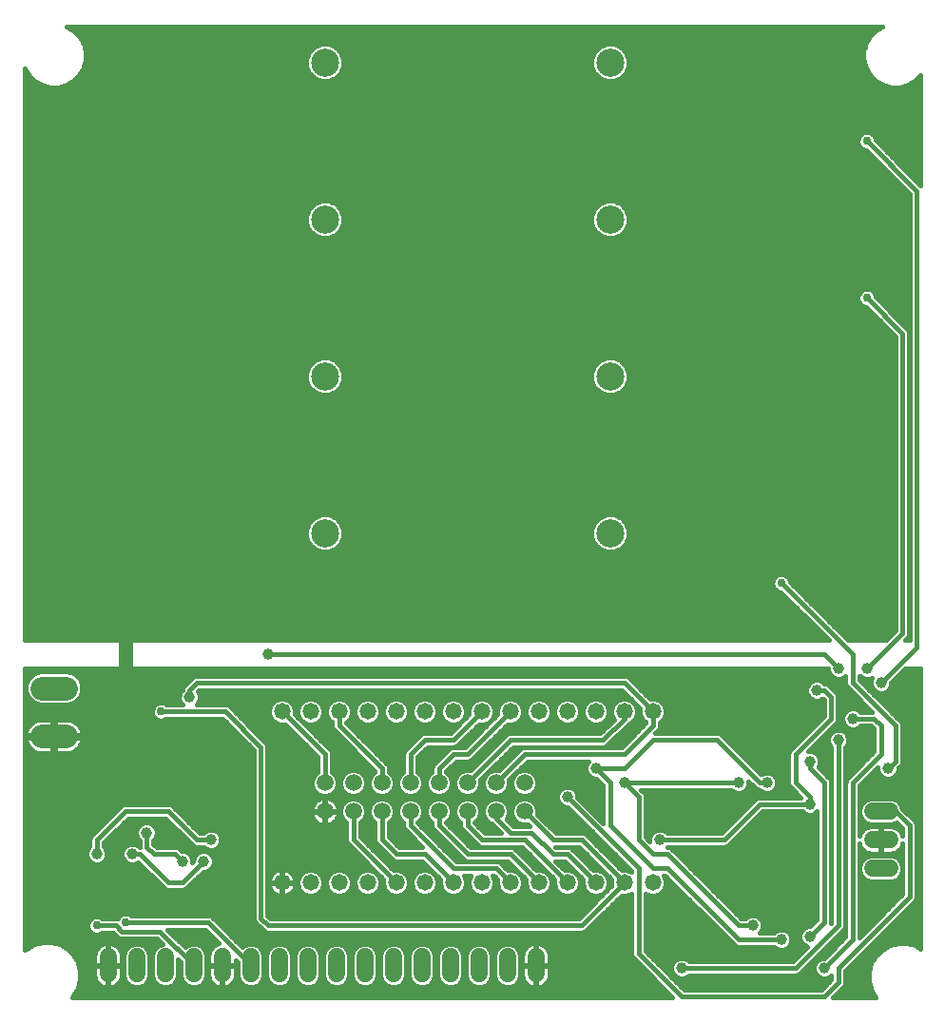
<source format=gbl>
G75*
%MOIN*%
%OFA0B0*%
%FSLAX25Y25*%
%IPPOS*%
%LPD*%
%AMOC8*
5,1,8,0,0,1.08239X$1,22.5*
%
%ADD10C,0.06000*%
%ADD11C,0.05800*%
%ADD12C,0.05937*%
%ADD13C,0.09843*%
%ADD14C,0.08268*%
%ADD15C,0.01600*%
%ADD16C,0.03962*%
%ADD17C,0.02978*%
%ADD18C,0.05000*%
D10*
X0040800Y0014800D02*
X0040800Y0020800D01*
X0050800Y0020800D02*
X0050800Y0014800D01*
X0060800Y0014800D02*
X0060800Y0020800D01*
X0070800Y0020800D02*
X0070800Y0014800D01*
X0080800Y0014800D02*
X0080800Y0020800D01*
X0090800Y0020800D02*
X0090800Y0014800D01*
X0100800Y0014800D02*
X0100800Y0020800D01*
X0110800Y0020800D02*
X0110800Y0014800D01*
X0120800Y0014800D02*
X0120800Y0020800D01*
X0130800Y0020800D02*
X0130800Y0014800D01*
X0140800Y0014800D02*
X0140800Y0020800D01*
X0150800Y0020800D02*
X0150800Y0014800D01*
X0160800Y0014800D02*
X0160800Y0020800D01*
X0170800Y0020800D02*
X0170800Y0014800D01*
X0180800Y0014800D02*
X0180800Y0020800D01*
X0190800Y0020800D02*
X0190800Y0014800D01*
X0308800Y0051800D02*
X0314800Y0051800D01*
X0314800Y0061800D02*
X0308800Y0061800D01*
X0308800Y0071800D02*
X0314800Y0071800D01*
D11*
X0231800Y0046800D03*
X0221800Y0046800D03*
X0211800Y0046800D03*
X0201800Y0046800D03*
X0191800Y0046800D03*
X0181800Y0046800D03*
X0171800Y0046800D03*
X0161800Y0046800D03*
X0151800Y0046800D03*
X0141800Y0046800D03*
X0131800Y0046800D03*
X0121800Y0046800D03*
X0111800Y0046800D03*
X0101800Y0046800D03*
X0101800Y0106800D03*
X0111800Y0106800D03*
X0121800Y0106800D03*
X0131800Y0106800D03*
X0141800Y0106800D03*
X0151800Y0106800D03*
X0161800Y0106800D03*
X0171800Y0106800D03*
X0181800Y0106800D03*
X0191800Y0106800D03*
X0201800Y0106800D03*
X0211800Y0106800D03*
X0221800Y0106800D03*
X0231800Y0106800D03*
D12*
X0186800Y0081800D03*
X0186800Y0071800D03*
X0176800Y0071800D03*
X0176800Y0081800D03*
X0166800Y0081800D03*
X0166800Y0071800D03*
X0156800Y0071800D03*
X0156800Y0081800D03*
X0146800Y0081800D03*
X0146800Y0071800D03*
X0136800Y0071800D03*
X0136800Y0081800D03*
X0126800Y0081800D03*
X0126800Y0071800D03*
X0116800Y0071800D03*
X0116800Y0081800D03*
D13*
X0116800Y0144300D03*
X0116800Y0169300D03*
X0116800Y0199300D03*
X0116800Y0224300D03*
X0116800Y0254300D03*
X0116800Y0279300D03*
X0116800Y0309300D03*
X0116800Y0334300D03*
X0216800Y0334300D03*
X0216800Y0309300D03*
X0216800Y0279300D03*
X0216800Y0254300D03*
X0216800Y0224300D03*
X0216800Y0199300D03*
X0216800Y0169300D03*
X0216800Y0144300D03*
D14*
X0025934Y0115068D02*
X0017666Y0115068D01*
X0017666Y0098139D02*
X0025934Y0098139D01*
D15*
X0011600Y0121800D02*
X0011600Y0023146D01*
X0012116Y0023662D01*
X0014784Y0025203D01*
X0017760Y0026000D01*
X0020840Y0026000D01*
X0023816Y0025203D01*
X0026484Y0023662D01*
X0028662Y0021484D01*
X0030203Y0018816D01*
X0031000Y0015840D01*
X0031000Y0012760D01*
X0030203Y0009784D01*
X0028662Y0007116D01*
X0028146Y0006600D01*
X0238606Y0006600D01*
X0225441Y0019765D01*
X0224765Y0020441D01*
X0224400Y0021323D01*
X0224400Y0043036D01*
X0224349Y0042985D01*
X0222695Y0042300D01*
X0220905Y0042300D01*
X0220756Y0042362D01*
X0208159Y0029765D01*
X0207277Y0029400D01*
X0096323Y0029400D01*
X0095441Y0029765D01*
X0094765Y0030441D01*
X0092265Y0032941D01*
X0091900Y0033823D01*
X0091900Y0034777D01*
X0091900Y0093306D01*
X0080806Y0104400D01*
X0061268Y0104400D01*
X0061050Y0104181D01*
X0059914Y0103711D01*
X0058686Y0103711D01*
X0057550Y0104181D01*
X0056681Y0105050D01*
X0056211Y0106186D01*
X0056211Y0107414D01*
X0056681Y0108550D01*
X0057550Y0109419D01*
X0058686Y0109889D01*
X0059914Y0109889D01*
X0061050Y0109419D01*
X0061268Y0109200D01*
X0066836Y0109200D01*
X0066264Y0109771D01*
X0065719Y0111088D01*
X0065719Y0112512D01*
X0066264Y0113829D01*
X0066900Y0114464D01*
X0066900Y0114777D01*
X0067265Y0115659D01*
X0069765Y0118159D01*
X0069765Y0118159D01*
X0070441Y0118835D01*
X0071323Y0119200D01*
X0222277Y0119200D01*
X0223159Y0118835D01*
X0230756Y0111238D01*
X0230905Y0111300D01*
X0232695Y0111300D01*
X0234349Y0110615D01*
X0235615Y0109349D01*
X0236300Y0107695D01*
X0236300Y0105905D01*
X0235615Y0104251D01*
X0234349Y0102985D01*
X0234200Y0102923D01*
X0234200Y0101323D01*
X0233835Y0100441D01*
X0233159Y0099765D01*
X0233159Y0099765D01*
X0232594Y0099200D01*
X0254777Y0099200D01*
X0255659Y0098835D01*
X0256335Y0098159D01*
X0269715Y0084779D01*
X0269771Y0084836D01*
X0271088Y0085381D01*
X0272512Y0085381D01*
X0273829Y0084836D01*
X0274836Y0083829D01*
X0275381Y0082512D01*
X0275381Y0081088D01*
X0274836Y0079771D01*
X0273829Y0078764D01*
X0272512Y0078219D01*
X0271088Y0078219D01*
X0269771Y0078764D01*
X0269136Y0079400D01*
X0268823Y0079400D01*
X0267941Y0079765D01*
X0267265Y0080441D01*
X0265381Y0082325D01*
X0265381Y0081088D01*
X0264836Y0079771D01*
X0263829Y0078764D01*
X0262512Y0078219D01*
X0261088Y0078219D01*
X0259771Y0078764D01*
X0259136Y0079400D01*
X0227594Y0079400D01*
X0228835Y0078159D01*
X0229200Y0077277D01*
X0229200Y0062794D01*
X0230719Y0061275D01*
X0230719Y0062512D01*
X0231264Y0063829D01*
X0232271Y0064836D01*
X0233588Y0065381D01*
X0235012Y0065381D01*
X0236329Y0064836D01*
X0236964Y0064200D01*
X0255806Y0064200D01*
X0267265Y0075659D01*
X0267941Y0076335D01*
X0268823Y0076700D01*
X0283506Y0076700D01*
X0280441Y0079765D01*
X0279765Y0080441D01*
X0279400Y0081323D01*
X0279400Y0092277D01*
X0279765Y0093159D01*
X0280441Y0093835D01*
X0291900Y0105294D01*
X0291900Y0110806D01*
X0291385Y0111321D01*
X0291329Y0111264D01*
X0290012Y0110719D01*
X0288588Y0110719D01*
X0287271Y0111264D01*
X0286264Y0112271D01*
X0285719Y0113588D01*
X0285719Y0115012D01*
X0286264Y0116329D01*
X0287271Y0117336D01*
X0288588Y0117881D01*
X0290012Y0117881D01*
X0291329Y0117336D01*
X0291964Y0116700D01*
X0292277Y0116700D01*
X0293159Y0116335D01*
X0295659Y0113835D01*
X0296335Y0113159D01*
X0296700Y0112277D01*
X0296700Y0103823D01*
X0296335Y0102941D01*
X0286275Y0092881D01*
X0287512Y0092881D01*
X0288829Y0092336D01*
X0289836Y0091329D01*
X0290381Y0090012D01*
X0290381Y0088588D01*
X0289836Y0087271D01*
X0289779Y0087215D01*
X0293835Y0083159D01*
X0294200Y0082277D01*
X0294200Y0032594D01*
X0294400Y0032794D01*
X0294400Y0094136D01*
X0293764Y0094771D01*
X0293219Y0096088D01*
X0293219Y0097512D01*
X0293764Y0098829D01*
X0294771Y0099836D01*
X0296088Y0100381D01*
X0297512Y0100381D01*
X0298829Y0099836D01*
X0299836Y0098829D01*
X0300381Y0097512D01*
X0300381Y0096088D01*
X0299836Y0094771D01*
X0299200Y0094136D01*
X0299200Y0031323D01*
X0298835Y0030441D01*
X0298159Y0029765D01*
X0298159Y0029765D01*
X0283835Y0015441D01*
X0283835Y0015441D01*
X0283159Y0014765D01*
X0282277Y0014400D01*
X0244464Y0014400D01*
X0243829Y0013764D01*
X0242512Y0013219D01*
X0241088Y0013219D01*
X0239771Y0013764D01*
X0238764Y0014771D01*
X0238219Y0016088D01*
X0238219Y0017512D01*
X0238764Y0018829D01*
X0239771Y0019836D01*
X0241088Y0020381D01*
X0242512Y0020381D01*
X0243829Y0019836D01*
X0244464Y0019200D01*
X0280806Y0019200D01*
X0286016Y0024410D01*
X0284771Y0024926D01*
X0283764Y0025933D01*
X0283219Y0027249D01*
X0283219Y0028674D01*
X0283764Y0029990D01*
X0284771Y0030997D01*
X0286088Y0031543D01*
X0286987Y0031543D01*
X0289400Y0033956D01*
X0289400Y0071836D01*
X0288829Y0071264D01*
X0287512Y0070719D01*
X0286088Y0070719D01*
X0284771Y0071264D01*
X0284136Y0071900D01*
X0270294Y0071900D01*
X0258159Y0059765D01*
X0257277Y0059400D01*
X0236964Y0059400D01*
X0236764Y0059200D01*
X0237277Y0059200D01*
X0238159Y0058835D01*
X0238835Y0058159D01*
X0262794Y0034200D01*
X0264136Y0034200D01*
X0264771Y0034836D01*
X0266088Y0035381D01*
X0267512Y0035381D01*
X0268829Y0034836D01*
X0269836Y0033829D01*
X0270381Y0032512D01*
X0270381Y0031088D01*
X0269836Y0029771D01*
X0269264Y0029200D01*
X0274136Y0029200D01*
X0274771Y0029836D01*
X0276088Y0030381D01*
X0277512Y0030381D01*
X0278829Y0029836D01*
X0279836Y0028829D01*
X0280381Y0027512D01*
X0280381Y0026088D01*
X0279836Y0024771D01*
X0278829Y0023764D01*
X0277512Y0023219D01*
X0276088Y0023219D01*
X0274771Y0023764D01*
X0274136Y0024400D01*
X0261323Y0024400D01*
X0260441Y0024765D01*
X0235806Y0049400D01*
X0235564Y0049400D01*
X0235615Y0049349D01*
X0236300Y0047695D01*
X0236300Y0045905D01*
X0235615Y0044251D01*
X0234349Y0042985D01*
X0232695Y0042300D01*
X0230905Y0042300D01*
X0229251Y0042985D01*
X0229200Y0043036D01*
X0229200Y0022794D01*
X0242794Y0009200D01*
X0290806Y0009200D01*
X0294400Y0012794D01*
X0294400Y0014336D01*
X0293829Y0013764D01*
X0292512Y0013219D01*
X0291088Y0013219D01*
X0289771Y0013764D01*
X0288764Y0014771D01*
X0288219Y0016088D01*
X0288219Y0017512D01*
X0288764Y0018829D01*
X0289771Y0019836D01*
X0291088Y0020381D01*
X0291987Y0020381D01*
X0299400Y0027794D01*
X0299400Y0082277D01*
X0299765Y0083159D01*
X0309400Y0092794D01*
X0309400Y0100806D01*
X0308306Y0101900D01*
X0304464Y0101900D01*
X0303829Y0101264D01*
X0302512Y0100719D01*
X0301088Y0100719D01*
X0299771Y0101264D01*
X0298764Y0102271D01*
X0298219Y0103588D01*
X0298219Y0105012D01*
X0298764Y0106329D01*
X0299771Y0107336D01*
X0301088Y0107881D01*
X0302512Y0107881D01*
X0303829Y0107336D01*
X0304464Y0106700D01*
X0308506Y0106700D01*
X0300441Y0114765D01*
X0299765Y0115441D01*
X0299400Y0116323D01*
X0299400Y0119336D01*
X0298829Y0118764D01*
X0297512Y0118219D01*
X0296088Y0118219D01*
X0294771Y0118764D01*
X0293764Y0119771D01*
X0293219Y0121088D01*
X0293219Y0121800D01*
X0011600Y0121800D01*
X0011600Y0120703D02*
X0016288Y0120703D01*
X0016526Y0120802D02*
X0014418Y0119929D01*
X0012805Y0118316D01*
X0011932Y0116208D01*
X0011932Y0113927D01*
X0012805Y0111820D01*
X0014418Y0110207D01*
X0016526Y0109334D01*
X0027074Y0109334D01*
X0029182Y0110207D01*
X0030795Y0111820D01*
X0031668Y0113927D01*
X0031668Y0116208D01*
X0030795Y0118316D01*
X0029182Y0119929D01*
X0027074Y0120802D01*
X0016526Y0120802D01*
X0013594Y0119105D02*
X0011600Y0119105D01*
X0011600Y0117506D02*
X0012470Y0117506D01*
X0011932Y0115908D02*
X0011600Y0115908D01*
X0011600Y0114309D02*
X0011932Y0114309D01*
X0011600Y0112711D02*
X0012436Y0112711D01*
X0011600Y0111112D02*
X0013513Y0111112D01*
X0011600Y0109514D02*
X0016092Y0109514D01*
X0011600Y0107915D02*
X0056418Y0107915D01*
X0056211Y0106317D02*
X0011600Y0106317D01*
X0011600Y0104718D02*
X0057013Y0104718D01*
X0059300Y0106800D02*
X0081800Y0106800D01*
X0094300Y0094300D01*
X0094300Y0034300D01*
X0096800Y0031800D01*
X0206800Y0031800D01*
X0221800Y0046800D01*
X0206800Y0061800D01*
X0196800Y0061800D01*
X0186800Y0071800D01*
X0184869Y0075945D02*
X0178731Y0075945D01*
X0179388Y0075673D02*
X0177709Y0076368D01*
X0175891Y0076368D01*
X0174212Y0075673D01*
X0172927Y0074388D01*
X0172231Y0072709D01*
X0172231Y0070891D01*
X0172927Y0069212D01*
X0174212Y0067927D01*
X0175180Y0067526D01*
X0175441Y0067265D01*
X0178506Y0064200D01*
X0172794Y0064200D01*
X0169200Y0067794D01*
X0169200Y0067849D01*
X0169388Y0067927D01*
X0170673Y0069212D01*
X0171368Y0070891D01*
X0171368Y0072709D01*
X0170673Y0074388D01*
X0169388Y0075673D01*
X0167709Y0076368D01*
X0165891Y0076368D01*
X0164212Y0075673D01*
X0162927Y0074388D01*
X0162231Y0072709D01*
X0162231Y0070891D01*
X0162927Y0069212D01*
X0164212Y0067927D01*
X0164400Y0067849D01*
X0164400Y0066323D01*
X0164765Y0065441D01*
X0165441Y0064765D01*
X0170441Y0059765D01*
X0171323Y0059400D01*
X0185806Y0059400D01*
X0197362Y0047844D01*
X0197300Y0047695D01*
X0197300Y0045905D01*
X0197985Y0044251D01*
X0199251Y0042985D01*
X0200905Y0042300D01*
X0202695Y0042300D01*
X0204349Y0042985D01*
X0205615Y0044251D01*
X0206300Y0045905D01*
X0206300Y0047695D01*
X0205615Y0049349D01*
X0204349Y0050615D01*
X0202695Y0051300D01*
X0200905Y0051300D01*
X0200756Y0051238D01*
X0197594Y0054400D01*
X0200806Y0054400D01*
X0207362Y0047844D01*
X0207300Y0047695D01*
X0207300Y0045905D01*
X0207985Y0044251D01*
X0209251Y0042985D01*
X0210905Y0042300D01*
X0212695Y0042300D01*
X0214349Y0042985D01*
X0215615Y0044251D01*
X0216300Y0045905D01*
X0216300Y0047695D01*
X0215615Y0049349D01*
X0214349Y0050615D01*
X0212695Y0051300D01*
X0210905Y0051300D01*
X0210756Y0051238D01*
X0203835Y0058159D01*
X0203159Y0058835D01*
X0202277Y0059200D01*
X0197794Y0059200D01*
X0197594Y0059400D01*
X0205806Y0059400D01*
X0217362Y0047844D01*
X0217300Y0047695D01*
X0217300Y0045905D01*
X0217362Y0045756D01*
X0205806Y0034200D01*
X0097794Y0034200D01*
X0096700Y0035294D01*
X0096700Y0094777D01*
X0096335Y0095659D01*
X0083159Y0108835D01*
X0082277Y0109200D01*
X0071764Y0109200D01*
X0072336Y0109771D01*
X0072881Y0111088D01*
X0072881Y0112512D01*
X0072336Y0113829D01*
X0072279Y0113885D01*
X0072794Y0114400D01*
X0220806Y0114400D01*
X0227362Y0107844D01*
X0227300Y0107695D01*
X0227300Y0105905D01*
X0227985Y0104251D01*
X0229251Y0102985D01*
X0229400Y0102923D01*
X0229400Y0102794D01*
X0220806Y0094200D01*
X0186323Y0094200D01*
X0185441Y0093835D01*
X0177897Y0086291D01*
X0177709Y0086368D01*
X0175891Y0086368D01*
X0174212Y0085673D01*
X0172927Y0084388D01*
X0172231Y0082709D01*
X0172231Y0080891D01*
X0172927Y0079212D01*
X0174212Y0077927D01*
X0175891Y0077231D01*
X0177709Y0077231D01*
X0179388Y0077927D01*
X0180673Y0079212D01*
X0181368Y0080891D01*
X0181368Y0082709D01*
X0181291Y0082897D01*
X0187794Y0089400D01*
X0209336Y0089400D01*
X0208764Y0088829D01*
X0208219Y0087512D01*
X0208219Y0086088D01*
X0208764Y0084771D01*
X0209771Y0083764D01*
X0211088Y0083219D01*
X0211987Y0083219D01*
X0214400Y0080806D01*
X0214400Y0067594D01*
X0205381Y0076613D01*
X0205381Y0077512D01*
X0204836Y0078829D01*
X0203829Y0079836D01*
X0202512Y0080381D01*
X0201088Y0080381D01*
X0199771Y0079836D01*
X0198764Y0078829D01*
X0198219Y0077512D01*
X0198219Y0076088D01*
X0198764Y0074771D01*
X0199771Y0073764D01*
X0201088Y0073219D01*
X0201987Y0073219D01*
X0224400Y0050806D01*
X0224400Y0050564D01*
X0224349Y0050615D01*
X0222695Y0051300D01*
X0220905Y0051300D01*
X0220756Y0051238D01*
X0208835Y0063159D01*
X0208159Y0063835D01*
X0207277Y0064200D01*
X0197794Y0064200D01*
X0191291Y0070703D01*
X0191368Y0070891D01*
X0191368Y0072709D01*
X0190673Y0074388D01*
X0189388Y0075673D01*
X0187709Y0076368D01*
X0185891Y0076368D01*
X0184212Y0075673D01*
X0182927Y0074388D01*
X0182231Y0072709D01*
X0182231Y0070891D01*
X0182927Y0069212D01*
X0184212Y0067927D01*
X0185891Y0067231D01*
X0187709Y0067231D01*
X0187897Y0067309D01*
X0188506Y0066700D01*
X0182794Y0066700D01*
X0180477Y0069017D01*
X0180673Y0069212D01*
X0181368Y0070891D01*
X0181368Y0072709D01*
X0180673Y0074388D01*
X0179388Y0075673D01*
X0180690Y0074346D02*
X0182910Y0074346D01*
X0182248Y0072748D02*
X0181352Y0072748D01*
X0181368Y0071149D02*
X0182231Y0071149D01*
X0182787Y0069551D02*
X0180813Y0069551D01*
X0181542Y0067952D02*
X0184187Y0067952D01*
X0181800Y0064300D02*
X0176800Y0069300D01*
X0176800Y0071800D01*
X0174869Y0075945D02*
X0168731Y0075945D01*
X0168462Y0077543D02*
X0175138Y0077543D01*
X0172997Y0079142D02*
X0170603Y0079142D01*
X0170673Y0079212D02*
X0171368Y0080891D01*
X0171368Y0082709D01*
X0171291Y0082897D01*
X0182794Y0094400D01*
X0214845Y0094400D01*
X0215727Y0094765D01*
X0223159Y0102198D01*
X0223662Y0102701D01*
X0224349Y0102985D01*
X0225615Y0104251D01*
X0226300Y0105905D01*
X0226300Y0107695D01*
X0225615Y0109349D01*
X0224349Y0110615D01*
X0222695Y0111300D01*
X0220905Y0111300D01*
X0219251Y0110615D01*
X0217985Y0109349D01*
X0217300Y0107695D01*
X0217300Y0105905D01*
X0217985Y0104251D01*
X0218205Y0104031D01*
X0213373Y0099200D01*
X0181323Y0099200D01*
X0180441Y0098835D01*
X0179765Y0098159D01*
X0167897Y0086291D01*
X0167709Y0086368D01*
X0165891Y0086368D01*
X0164212Y0085673D01*
X0162927Y0084388D01*
X0162231Y0082709D01*
X0162231Y0080891D01*
X0162927Y0079212D01*
X0164212Y0077927D01*
X0165891Y0077231D01*
X0167709Y0077231D01*
X0169388Y0077927D01*
X0170673Y0079212D01*
X0171306Y0080740D02*
X0172294Y0080740D01*
X0172231Y0082339D02*
X0171368Y0082339D01*
X0172332Y0083937D02*
X0172740Y0083937D01*
X0173930Y0085536D02*
X0174075Y0085536D01*
X0175529Y0087134D02*
X0178740Y0087134D01*
X0180339Y0088733D02*
X0177127Y0088733D01*
X0178726Y0090332D02*
X0181937Y0090332D01*
X0183536Y0091930D02*
X0180324Y0091930D01*
X0181923Y0093529D02*
X0185134Y0093529D01*
X0186800Y0091800D02*
X0221800Y0091800D01*
X0231800Y0101800D01*
X0231800Y0106800D01*
X0221800Y0116800D01*
X0071800Y0116800D01*
X0069300Y0114300D01*
X0069300Y0111800D01*
X0066745Y0114309D02*
X0031668Y0114309D01*
X0031668Y0115908D02*
X0067514Y0115908D01*
X0069112Y0117506D02*
X0031130Y0117506D01*
X0030006Y0119105D02*
X0071093Y0119105D01*
X0072703Y0114309D02*
X0220897Y0114309D01*
X0222495Y0112711D02*
X0072799Y0112711D01*
X0072881Y0111112D02*
X0100451Y0111112D01*
X0100905Y0111300D02*
X0099251Y0110615D01*
X0097985Y0109349D01*
X0097300Y0107695D01*
X0097300Y0105905D01*
X0097985Y0104251D01*
X0099251Y0102985D01*
X0100905Y0102300D01*
X0102695Y0102300D01*
X0102844Y0102362D01*
X0114400Y0090806D01*
X0114400Y0085751D01*
X0114212Y0085673D01*
X0112927Y0084388D01*
X0112231Y0082709D01*
X0112231Y0080891D01*
X0112927Y0079212D01*
X0114212Y0077927D01*
X0115891Y0077231D01*
X0117709Y0077231D01*
X0119388Y0077927D01*
X0120673Y0079212D01*
X0121368Y0080891D01*
X0121368Y0082709D01*
X0120673Y0084388D01*
X0119388Y0085673D01*
X0119200Y0085751D01*
X0119200Y0092277D01*
X0118835Y0093159D01*
X0106238Y0105756D01*
X0106300Y0105905D01*
X0106300Y0107695D01*
X0105615Y0109349D01*
X0104349Y0110615D01*
X0102695Y0111300D01*
X0100905Y0111300D01*
X0103149Y0111112D02*
X0110451Y0111112D01*
X0110905Y0111300D02*
X0109251Y0110615D01*
X0107985Y0109349D01*
X0107300Y0107695D01*
X0107300Y0105905D01*
X0107985Y0104251D01*
X0109251Y0102985D01*
X0110905Y0102300D01*
X0112695Y0102300D01*
X0114349Y0102985D01*
X0115615Y0104251D01*
X0116300Y0105905D01*
X0116300Y0107695D01*
X0115615Y0109349D01*
X0114349Y0110615D01*
X0112695Y0111300D01*
X0110905Y0111300D01*
X0113149Y0111112D02*
X0120451Y0111112D01*
X0120905Y0111300D02*
X0119251Y0110615D01*
X0117985Y0109349D01*
X0117300Y0107695D01*
X0117300Y0105905D01*
X0117985Y0104251D01*
X0119251Y0102985D01*
X0119400Y0102923D01*
X0119400Y0101323D01*
X0119765Y0100441D01*
X0134400Y0085806D01*
X0134400Y0085751D01*
X0134212Y0085673D01*
X0132927Y0084388D01*
X0132231Y0082709D01*
X0132231Y0080891D01*
X0132927Y0079212D01*
X0134212Y0077927D01*
X0135891Y0077231D01*
X0137709Y0077231D01*
X0139388Y0077927D01*
X0140673Y0079212D01*
X0141368Y0080891D01*
X0141368Y0082709D01*
X0140673Y0084388D01*
X0139388Y0085673D01*
X0139200Y0085751D01*
X0139200Y0087277D01*
X0138835Y0088159D01*
X0138159Y0088835D01*
X0124200Y0102794D01*
X0124200Y0102923D01*
X0124349Y0102985D01*
X0125615Y0104251D01*
X0126300Y0105905D01*
X0126300Y0107695D01*
X0125615Y0109349D01*
X0124349Y0110615D01*
X0122695Y0111300D01*
X0120905Y0111300D01*
X0123149Y0111112D02*
X0130451Y0111112D01*
X0130905Y0111300D02*
X0129251Y0110615D01*
X0127985Y0109349D01*
X0127300Y0107695D01*
X0127300Y0105905D01*
X0127985Y0104251D01*
X0129251Y0102985D01*
X0130905Y0102300D01*
X0132695Y0102300D01*
X0134349Y0102985D01*
X0135615Y0104251D01*
X0136300Y0105905D01*
X0136300Y0107695D01*
X0135615Y0109349D01*
X0134349Y0110615D01*
X0132695Y0111300D01*
X0130905Y0111300D01*
X0133149Y0111112D02*
X0140451Y0111112D01*
X0140905Y0111300D02*
X0139251Y0110615D01*
X0137985Y0109349D01*
X0137300Y0107695D01*
X0137300Y0105905D01*
X0137985Y0104251D01*
X0139251Y0102985D01*
X0140905Y0102300D01*
X0142695Y0102300D01*
X0144349Y0102985D01*
X0145615Y0104251D01*
X0146300Y0105905D01*
X0146300Y0107695D01*
X0145615Y0109349D01*
X0144349Y0110615D01*
X0142695Y0111300D01*
X0140905Y0111300D01*
X0143149Y0111112D02*
X0150451Y0111112D01*
X0150905Y0111300D02*
X0149251Y0110615D01*
X0147985Y0109349D01*
X0147300Y0107695D01*
X0147300Y0105905D01*
X0147985Y0104251D01*
X0149251Y0102985D01*
X0150905Y0102300D01*
X0152695Y0102300D01*
X0154349Y0102985D01*
X0155615Y0104251D01*
X0156300Y0105905D01*
X0156300Y0107695D01*
X0155615Y0109349D01*
X0154349Y0110615D01*
X0152695Y0111300D01*
X0150905Y0111300D01*
X0153149Y0111112D02*
X0160451Y0111112D01*
X0160905Y0111300D02*
X0159251Y0110615D01*
X0157985Y0109349D01*
X0157300Y0107695D01*
X0157300Y0105905D01*
X0157985Y0104251D01*
X0159251Y0102985D01*
X0160905Y0102300D01*
X0162695Y0102300D01*
X0164349Y0102985D01*
X0165615Y0104251D01*
X0166300Y0105905D01*
X0166300Y0107695D01*
X0165615Y0109349D01*
X0164349Y0110615D01*
X0162695Y0111300D01*
X0160905Y0111300D01*
X0163149Y0111112D02*
X0170451Y0111112D01*
X0170905Y0111300D02*
X0169251Y0110615D01*
X0167985Y0109349D01*
X0167300Y0107695D01*
X0167300Y0105905D01*
X0167362Y0105756D01*
X0160806Y0099200D01*
X0151323Y0099200D01*
X0150441Y0098835D01*
X0145441Y0093835D01*
X0144765Y0093159D01*
X0144400Y0092277D01*
X0144400Y0085751D01*
X0144212Y0085673D01*
X0142927Y0084388D01*
X0142231Y0082709D01*
X0142231Y0080891D01*
X0142927Y0079212D01*
X0144212Y0077927D01*
X0145891Y0077231D01*
X0147709Y0077231D01*
X0149388Y0077927D01*
X0150673Y0079212D01*
X0151368Y0080891D01*
X0151368Y0082709D01*
X0150673Y0084388D01*
X0149388Y0085673D01*
X0149200Y0085751D01*
X0149200Y0090806D01*
X0152794Y0094400D01*
X0162277Y0094400D01*
X0163159Y0094765D01*
X0163835Y0095441D01*
X0170756Y0102362D01*
X0170905Y0102300D01*
X0172695Y0102300D01*
X0174349Y0102985D01*
X0175615Y0104251D01*
X0176300Y0105905D01*
X0176300Y0107695D01*
X0175615Y0109349D01*
X0174349Y0110615D01*
X0172695Y0111300D01*
X0170905Y0111300D01*
X0173149Y0111112D02*
X0180451Y0111112D01*
X0180905Y0111300D02*
X0179251Y0110615D01*
X0177985Y0109349D01*
X0177300Y0107695D01*
X0177300Y0105905D01*
X0177362Y0105756D01*
X0165806Y0094200D01*
X0161323Y0094200D01*
X0160441Y0093835D01*
X0155441Y0088835D01*
X0154765Y0088159D01*
X0154400Y0087277D01*
X0154400Y0085751D01*
X0154212Y0085673D01*
X0152927Y0084388D01*
X0152231Y0082709D01*
X0152231Y0080891D01*
X0152927Y0079212D01*
X0154212Y0077927D01*
X0155891Y0077231D01*
X0157709Y0077231D01*
X0159388Y0077927D01*
X0160673Y0079212D01*
X0161368Y0080891D01*
X0161368Y0082709D01*
X0160673Y0084388D01*
X0159388Y0085673D01*
X0159200Y0085751D01*
X0159200Y0085806D01*
X0162794Y0089400D01*
X0167277Y0089400D01*
X0168159Y0089765D01*
X0168835Y0090441D01*
X0180756Y0102362D01*
X0180905Y0102300D01*
X0182695Y0102300D01*
X0184349Y0102985D01*
X0185615Y0104251D01*
X0186300Y0105905D01*
X0186300Y0107695D01*
X0185615Y0109349D01*
X0184349Y0110615D01*
X0182695Y0111300D01*
X0180905Y0111300D01*
X0183149Y0111112D02*
X0190451Y0111112D01*
X0190905Y0111300D02*
X0189251Y0110615D01*
X0187985Y0109349D01*
X0187300Y0107695D01*
X0187300Y0105905D01*
X0187985Y0104251D01*
X0189251Y0102985D01*
X0190905Y0102300D01*
X0192695Y0102300D01*
X0194349Y0102985D01*
X0195615Y0104251D01*
X0196300Y0105905D01*
X0196300Y0107695D01*
X0195615Y0109349D01*
X0194349Y0110615D01*
X0192695Y0111300D01*
X0190905Y0111300D01*
X0193149Y0111112D02*
X0200451Y0111112D01*
X0200905Y0111300D02*
X0199251Y0110615D01*
X0197985Y0109349D01*
X0197300Y0107695D01*
X0197300Y0105905D01*
X0197985Y0104251D01*
X0199251Y0102985D01*
X0200905Y0102300D01*
X0202695Y0102300D01*
X0204349Y0102985D01*
X0205615Y0104251D01*
X0206300Y0105905D01*
X0206300Y0107695D01*
X0205615Y0109349D01*
X0204349Y0110615D01*
X0202695Y0111300D01*
X0200905Y0111300D01*
X0203149Y0111112D02*
X0210451Y0111112D01*
X0210905Y0111300D02*
X0209251Y0110615D01*
X0207985Y0109349D01*
X0207300Y0107695D01*
X0207300Y0105905D01*
X0207985Y0104251D01*
X0209251Y0102985D01*
X0210905Y0102300D01*
X0212695Y0102300D01*
X0214349Y0102985D01*
X0215615Y0104251D01*
X0216300Y0105905D01*
X0216300Y0107695D01*
X0215615Y0109349D01*
X0214349Y0110615D01*
X0212695Y0111300D01*
X0210905Y0111300D01*
X0213149Y0111112D02*
X0220451Y0111112D01*
X0223149Y0111112D02*
X0224094Y0111112D01*
X0225450Y0109514D02*
X0225692Y0109514D01*
X0226209Y0107915D02*
X0227291Y0107915D01*
X0227300Y0106317D02*
X0226300Y0106317D01*
X0225808Y0104718D02*
X0227792Y0104718D01*
X0229116Y0103120D02*
X0224484Y0103120D01*
X0222483Y0101521D02*
X0228127Y0101521D01*
X0226528Y0099923D02*
X0220884Y0099923D01*
X0219286Y0098324D02*
X0224930Y0098324D01*
X0223331Y0096726D02*
X0217687Y0096726D01*
X0216089Y0095127D02*
X0221733Y0095127D01*
X0214368Y0096800D02*
X0221800Y0104232D01*
X0221800Y0106800D01*
X0217792Y0104718D02*
X0215808Y0104718D01*
X0216300Y0106317D02*
X0217300Y0106317D01*
X0217391Y0107915D02*
X0216209Y0107915D01*
X0215450Y0109514D02*
X0218150Y0109514D01*
X0217293Y0103120D02*
X0214484Y0103120D01*
X0215695Y0101521D02*
X0179915Y0101521D01*
X0178317Y0099923D02*
X0214096Y0099923D01*
X0214368Y0096800D02*
X0181800Y0096800D01*
X0166800Y0081800D01*
X0165138Y0077543D02*
X0158462Y0077543D01*
X0157709Y0076368D02*
X0155891Y0076368D01*
X0154212Y0075673D01*
X0152927Y0074388D01*
X0152231Y0072709D01*
X0152231Y0070891D01*
X0152927Y0069212D01*
X0154212Y0067927D01*
X0154400Y0067849D01*
X0154400Y0066323D01*
X0154765Y0065441D01*
X0155441Y0064765D01*
X0165441Y0054765D01*
X0166323Y0054400D01*
X0180806Y0054400D01*
X0187362Y0047844D01*
X0187300Y0047695D01*
X0187300Y0045905D01*
X0187985Y0044251D01*
X0189251Y0042985D01*
X0190905Y0042300D01*
X0192695Y0042300D01*
X0194349Y0042985D01*
X0195615Y0044251D01*
X0196300Y0045905D01*
X0196300Y0047695D01*
X0195615Y0049349D01*
X0194349Y0050615D01*
X0192695Y0051300D01*
X0190905Y0051300D01*
X0190756Y0051238D01*
X0183835Y0058159D01*
X0183159Y0058835D01*
X0182277Y0059200D01*
X0167794Y0059200D01*
X0159200Y0067794D01*
X0159200Y0067849D01*
X0159388Y0067927D01*
X0160673Y0069212D01*
X0161368Y0070891D01*
X0161368Y0072709D01*
X0160673Y0074388D01*
X0159388Y0075673D01*
X0157709Y0076368D01*
X0158731Y0075945D02*
X0164869Y0075945D01*
X0162910Y0074346D02*
X0160690Y0074346D01*
X0161352Y0072748D02*
X0162248Y0072748D01*
X0162231Y0071149D02*
X0161368Y0071149D01*
X0160813Y0069551D02*
X0162787Y0069551D01*
X0164187Y0067952D02*
X0159413Y0067952D01*
X0160640Y0066354D02*
X0164400Y0066354D01*
X0165451Y0064755D02*
X0162239Y0064755D01*
X0163837Y0063157D02*
X0167049Y0063157D01*
X0168648Y0061558D02*
X0165436Y0061558D01*
X0167034Y0059960D02*
X0170246Y0059960D01*
X0171800Y0061800D02*
X0166800Y0066800D01*
X0166800Y0071800D01*
X0170813Y0069551D02*
X0172787Y0069551D01*
X0172231Y0071149D02*
X0171368Y0071149D01*
X0171352Y0072748D02*
X0172248Y0072748D01*
X0172910Y0074346D02*
X0170690Y0074346D01*
X0169413Y0067952D02*
X0174187Y0067952D01*
X0176352Y0066354D02*
X0170640Y0066354D01*
X0172239Y0064755D02*
X0177951Y0064755D01*
X0181800Y0064300D02*
X0189300Y0064300D01*
X0196800Y0056800D01*
X0201800Y0056800D01*
X0211800Y0046800D01*
X0215855Y0048770D02*
X0216436Y0048770D01*
X0216300Y0047172D02*
X0217300Y0047172D01*
X0217179Y0045573D02*
X0216163Y0045573D01*
X0215581Y0043975D02*
X0215339Y0043975D01*
X0213982Y0042376D02*
X0212879Y0042376D01*
X0212384Y0040778D02*
X0096700Y0040778D01*
X0096700Y0042376D02*
X0100206Y0042376D01*
X0099996Y0042444D02*
X0100699Y0042216D01*
X0101430Y0042100D01*
X0101650Y0042100D01*
X0101650Y0046650D01*
X0097100Y0046650D01*
X0097100Y0046430D01*
X0097216Y0045699D01*
X0097444Y0044996D01*
X0097780Y0044337D01*
X0098215Y0043738D01*
X0098738Y0043215D01*
X0099337Y0042780D01*
X0099996Y0042444D01*
X0101650Y0042376D02*
X0101950Y0042376D01*
X0101950Y0042100D02*
X0102170Y0042100D01*
X0102901Y0042216D01*
X0103604Y0042444D01*
X0104263Y0042780D01*
X0104862Y0043215D01*
X0105385Y0043738D01*
X0105820Y0044337D01*
X0106156Y0044996D01*
X0106384Y0045699D01*
X0106500Y0046430D01*
X0106500Y0046650D01*
X0101950Y0046650D01*
X0101950Y0046950D01*
X0101650Y0046950D01*
X0101650Y0051500D01*
X0101430Y0051500D01*
X0100699Y0051384D01*
X0099996Y0051156D01*
X0099337Y0050820D01*
X0098738Y0050385D01*
X0098215Y0049862D01*
X0097780Y0049263D01*
X0097444Y0048604D01*
X0097216Y0047901D01*
X0097100Y0047170D01*
X0097100Y0046950D01*
X0101650Y0046950D01*
X0101650Y0046650D01*
X0101950Y0046650D01*
X0101950Y0042100D01*
X0103394Y0042376D02*
X0110721Y0042376D01*
X0110905Y0042300D02*
X0112695Y0042300D01*
X0114349Y0042985D01*
X0115615Y0044251D01*
X0116300Y0045905D01*
X0116300Y0047695D01*
X0115615Y0049349D01*
X0114349Y0050615D01*
X0112695Y0051300D01*
X0110905Y0051300D01*
X0109251Y0050615D01*
X0107985Y0049349D01*
X0107300Y0047695D01*
X0107300Y0045905D01*
X0107985Y0044251D01*
X0109251Y0042985D01*
X0110905Y0042300D01*
X0112879Y0042376D02*
X0120721Y0042376D01*
X0120905Y0042300D02*
X0122695Y0042300D01*
X0124349Y0042985D01*
X0125615Y0044251D01*
X0126300Y0045905D01*
X0126300Y0047695D01*
X0125615Y0049349D01*
X0124349Y0050615D01*
X0122695Y0051300D01*
X0120905Y0051300D01*
X0119251Y0050615D01*
X0117985Y0049349D01*
X0117300Y0047695D01*
X0117300Y0045905D01*
X0117985Y0044251D01*
X0119251Y0042985D01*
X0120905Y0042300D01*
X0122879Y0042376D02*
X0130721Y0042376D01*
X0130905Y0042300D02*
X0132695Y0042300D01*
X0134349Y0042985D01*
X0135615Y0044251D01*
X0136300Y0045905D01*
X0136300Y0047695D01*
X0135615Y0049349D01*
X0134349Y0050615D01*
X0132695Y0051300D01*
X0130905Y0051300D01*
X0129251Y0050615D01*
X0127985Y0049349D01*
X0127300Y0047695D01*
X0127300Y0045905D01*
X0127985Y0044251D01*
X0129251Y0042985D01*
X0130905Y0042300D01*
X0132879Y0042376D02*
X0140721Y0042376D01*
X0140905Y0042300D02*
X0142695Y0042300D01*
X0144349Y0042985D01*
X0145615Y0044251D01*
X0146300Y0045905D01*
X0146300Y0047695D01*
X0145615Y0049349D01*
X0144349Y0050615D01*
X0142695Y0051300D01*
X0140905Y0051300D01*
X0140756Y0051238D01*
X0129200Y0062794D01*
X0129200Y0067849D01*
X0129388Y0067927D01*
X0130673Y0069212D01*
X0131368Y0070891D01*
X0131368Y0072709D01*
X0130673Y0074388D01*
X0129388Y0075673D01*
X0127709Y0076368D01*
X0125891Y0076368D01*
X0124212Y0075673D01*
X0122927Y0074388D01*
X0122231Y0072709D01*
X0122231Y0070891D01*
X0122927Y0069212D01*
X0124212Y0067927D01*
X0124400Y0067849D01*
X0124400Y0061323D01*
X0124765Y0060441D01*
X0125441Y0059765D01*
X0137362Y0047844D01*
X0137300Y0047695D01*
X0137300Y0045905D01*
X0137985Y0044251D01*
X0139251Y0042985D01*
X0140905Y0042300D01*
X0142879Y0042376D02*
X0150721Y0042376D01*
X0150905Y0042300D02*
X0152695Y0042300D01*
X0154349Y0042985D01*
X0155615Y0044251D01*
X0156300Y0045905D01*
X0156300Y0047695D01*
X0155615Y0049349D01*
X0154349Y0050615D01*
X0152695Y0051300D01*
X0150905Y0051300D01*
X0149251Y0050615D01*
X0147985Y0049349D01*
X0147300Y0047695D01*
X0147300Y0045905D01*
X0147985Y0044251D01*
X0149251Y0042985D01*
X0150905Y0042300D01*
X0152879Y0042376D02*
X0160721Y0042376D01*
X0160905Y0042300D02*
X0162695Y0042300D01*
X0164349Y0042985D01*
X0165615Y0044251D01*
X0166300Y0045905D01*
X0166300Y0047695D01*
X0165615Y0049349D01*
X0165564Y0049400D01*
X0168036Y0049400D01*
X0167985Y0049349D01*
X0167300Y0047695D01*
X0167300Y0045905D01*
X0167985Y0044251D01*
X0169251Y0042985D01*
X0170905Y0042300D01*
X0172695Y0042300D01*
X0174349Y0042985D01*
X0175615Y0044251D01*
X0176300Y0045905D01*
X0176300Y0047695D01*
X0175615Y0049349D01*
X0175564Y0049400D01*
X0175806Y0049400D01*
X0177362Y0047844D01*
X0177300Y0047695D01*
X0177300Y0045905D01*
X0177985Y0044251D01*
X0179251Y0042985D01*
X0180905Y0042300D01*
X0182695Y0042300D01*
X0184349Y0042985D01*
X0185615Y0044251D01*
X0186300Y0045905D01*
X0186300Y0047695D01*
X0185615Y0049349D01*
X0184349Y0050615D01*
X0182695Y0051300D01*
X0180905Y0051300D01*
X0180756Y0051238D01*
X0178835Y0053159D01*
X0178159Y0053835D01*
X0177277Y0054200D01*
X0162794Y0054200D01*
X0149200Y0067794D01*
X0149200Y0067849D01*
X0149388Y0067927D01*
X0150673Y0069212D01*
X0151368Y0070891D01*
X0151368Y0072709D01*
X0150673Y0074388D01*
X0149388Y0075673D01*
X0147709Y0076368D01*
X0145891Y0076368D01*
X0144212Y0075673D01*
X0142927Y0074388D01*
X0142231Y0072709D01*
X0142231Y0070891D01*
X0142927Y0069212D01*
X0144212Y0067927D01*
X0144400Y0067849D01*
X0144400Y0066323D01*
X0144765Y0065441D01*
X0145441Y0064765D01*
X0151006Y0059200D01*
X0142794Y0059200D01*
X0139200Y0062794D01*
X0139200Y0067849D01*
X0139388Y0067927D01*
X0140673Y0069212D01*
X0141368Y0070891D01*
X0141368Y0072709D01*
X0140673Y0074388D01*
X0139388Y0075673D01*
X0137709Y0076368D01*
X0135891Y0076368D01*
X0134212Y0075673D01*
X0132927Y0074388D01*
X0132231Y0072709D01*
X0132231Y0070891D01*
X0132927Y0069212D01*
X0134212Y0067927D01*
X0134400Y0067849D01*
X0134400Y0061323D01*
X0134765Y0060441D01*
X0135441Y0059765D01*
X0140441Y0054765D01*
X0141323Y0054400D01*
X0150806Y0054400D01*
X0157362Y0047844D01*
X0157300Y0047695D01*
X0157300Y0045905D01*
X0157985Y0044251D01*
X0159251Y0042985D01*
X0160905Y0042300D01*
X0162879Y0042376D02*
X0170721Y0042376D01*
X0172879Y0042376D02*
X0180721Y0042376D01*
X0182879Y0042376D02*
X0190721Y0042376D01*
X0192879Y0042376D02*
X0200721Y0042376D01*
X0202879Y0042376D02*
X0210721Y0042376D01*
X0208261Y0043975D02*
X0205339Y0043975D01*
X0206163Y0045573D02*
X0207437Y0045573D01*
X0207300Y0047172D02*
X0206300Y0047172D01*
X0206436Y0048770D02*
X0205855Y0048770D01*
X0204837Y0050369D02*
X0204595Y0050369D01*
X0203239Y0051967D02*
X0200027Y0051967D01*
X0198428Y0053566D02*
X0201640Y0053566D01*
X0205231Y0056763D02*
X0208443Y0056763D01*
X0206845Y0058361D02*
X0203633Y0058361D01*
X0206830Y0055164D02*
X0210042Y0055164D01*
X0211640Y0053566D02*
X0208428Y0053566D01*
X0210027Y0051967D02*
X0213239Y0051967D01*
X0214595Y0050369D02*
X0214837Y0050369D01*
X0218428Y0053566D02*
X0221640Y0053566D01*
X0220042Y0055164D02*
X0216830Y0055164D01*
X0215231Y0056763D02*
X0218443Y0056763D01*
X0216845Y0058361D02*
X0213633Y0058361D01*
X0212034Y0059960D02*
X0215246Y0059960D01*
X0213648Y0061558D02*
X0210436Y0061558D01*
X0208837Y0063157D02*
X0212049Y0063157D01*
X0210451Y0064755D02*
X0197239Y0064755D01*
X0195640Y0066354D02*
X0208852Y0066354D01*
X0207254Y0067952D02*
X0194042Y0067952D01*
X0192443Y0069551D02*
X0205655Y0069551D01*
X0204056Y0071149D02*
X0191368Y0071149D01*
X0191352Y0072748D02*
X0202458Y0072748D01*
X0199189Y0074346D02*
X0190690Y0074346D01*
X0188731Y0075945D02*
X0198278Y0075945D01*
X0198232Y0077543D02*
X0188462Y0077543D01*
X0187709Y0077231D02*
X0189388Y0077927D01*
X0190673Y0079212D01*
X0191368Y0080891D01*
X0191368Y0082709D01*
X0190673Y0084388D01*
X0189388Y0085673D01*
X0187709Y0086368D01*
X0185891Y0086368D01*
X0184212Y0085673D01*
X0182927Y0084388D01*
X0182231Y0082709D01*
X0182231Y0080891D01*
X0182927Y0079212D01*
X0184212Y0077927D01*
X0185891Y0077231D01*
X0187709Y0077231D01*
X0185138Y0077543D02*
X0178462Y0077543D01*
X0180603Y0079142D02*
X0182997Y0079142D01*
X0182294Y0080740D02*
X0181306Y0080740D01*
X0181368Y0082339D02*
X0182231Y0082339D01*
X0182332Y0083937D02*
X0182740Y0083937D01*
X0183930Y0085536D02*
X0184075Y0085536D01*
X0185529Y0087134D02*
X0208219Y0087134D01*
X0208447Y0085536D02*
X0189525Y0085536D01*
X0190860Y0083937D02*
X0209598Y0083937D01*
X0211800Y0086800D02*
X0221800Y0086800D01*
X0231800Y0096800D01*
X0254300Y0096800D01*
X0269300Y0081800D01*
X0271800Y0081800D01*
X0274206Y0079142D02*
X0281064Y0079142D01*
X0279641Y0080740D02*
X0275237Y0080740D01*
X0275381Y0082339D02*
X0279400Y0082339D01*
X0279400Y0083937D02*
X0274727Y0083937D01*
X0279400Y0085536D02*
X0268958Y0085536D01*
X0267360Y0087134D02*
X0279400Y0087134D01*
X0279400Y0088733D02*
X0265761Y0088733D01*
X0264163Y0090332D02*
X0279400Y0090332D01*
X0279400Y0091930D02*
X0262564Y0091930D01*
X0260966Y0093529D02*
X0280134Y0093529D01*
X0281733Y0095127D02*
X0259367Y0095127D01*
X0257769Y0096726D02*
X0283331Y0096726D01*
X0284930Y0098324D02*
X0256170Y0098324D01*
X0261800Y0081800D02*
X0221800Y0081800D01*
X0226800Y0076800D01*
X0226800Y0061800D01*
X0231800Y0056800D01*
X0236800Y0056800D01*
X0261800Y0031800D01*
X0266800Y0031800D01*
X0269281Y0034384D02*
X0289400Y0034384D01*
X0289400Y0035982D02*
X0261012Y0035982D01*
X0262610Y0034384D02*
X0264319Y0034384D01*
X0269653Y0029588D02*
X0274524Y0029588D01*
X0276800Y0026800D02*
X0261800Y0026800D01*
X0236800Y0051800D01*
X0231800Y0051800D01*
X0216800Y0066800D01*
X0216800Y0081800D01*
X0211800Y0086800D01*
X0208725Y0088733D02*
X0187127Y0088733D01*
X0186800Y0091800D02*
X0176800Y0081800D01*
X0170339Y0088733D02*
X0162127Y0088733D01*
X0160529Y0087134D02*
X0168740Y0087134D01*
X0168726Y0090332D02*
X0171937Y0090332D01*
X0173536Y0091930D02*
X0170324Y0091930D01*
X0171923Y0093529D02*
X0175134Y0093529D01*
X0176733Y0095127D02*
X0173521Y0095127D01*
X0175120Y0096726D02*
X0178331Y0096726D01*
X0179930Y0098324D02*
X0176718Y0098324D01*
X0173127Y0101521D02*
X0169915Y0101521D01*
X0168317Y0099923D02*
X0171528Y0099923D01*
X0169930Y0098324D02*
X0166718Y0098324D01*
X0165120Y0096726D02*
X0168331Y0096726D01*
X0166733Y0095127D02*
X0163521Y0095127D01*
X0161800Y0096800D02*
X0151800Y0096800D01*
X0146800Y0091800D01*
X0146800Y0081800D01*
X0145138Y0077543D02*
X0138462Y0077543D01*
X0138731Y0075945D02*
X0144869Y0075945D01*
X0142910Y0074346D02*
X0140690Y0074346D01*
X0141352Y0072748D02*
X0142248Y0072748D01*
X0142231Y0071149D02*
X0141368Y0071149D01*
X0140813Y0069551D02*
X0142787Y0069551D01*
X0144187Y0067952D02*
X0139413Y0067952D01*
X0139200Y0066354D02*
X0144400Y0066354D01*
X0145451Y0064755D02*
X0139200Y0064755D01*
X0139200Y0063157D02*
X0147049Y0063157D01*
X0148648Y0061558D02*
X0140436Y0061558D01*
X0142034Y0059960D02*
X0150246Y0059960D01*
X0151800Y0056800D02*
X0141800Y0056800D01*
X0136800Y0061800D01*
X0136800Y0071800D01*
X0134869Y0075945D02*
X0128731Y0075945D01*
X0128462Y0077543D02*
X0135138Y0077543D01*
X0132997Y0079142D02*
X0130603Y0079142D01*
X0130673Y0079212D02*
X0131368Y0080891D01*
X0131368Y0082709D01*
X0130673Y0084388D01*
X0129388Y0085673D01*
X0127709Y0086368D01*
X0125891Y0086368D01*
X0124212Y0085673D01*
X0122927Y0084388D01*
X0122231Y0082709D01*
X0122231Y0080891D01*
X0122927Y0079212D01*
X0124212Y0077927D01*
X0125891Y0077231D01*
X0127709Y0077231D01*
X0129388Y0077927D01*
X0130673Y0079212D01*
X0131306Y0080740D02*
X0132294Y0080740D01*
X0132231Y0082339D02*
X0131368Y0082339D01*
X0130860Y0083937D02*
X0132740Y0083937D01*
X0134075Y0085536D02*
X0129525Y0085536D01*
X0131473Y0088733D02*
X0119200Y0088733D01*
X0119200Y0087134D02*
X0133071Y0087134D01*
X0129874Y0090332D02*
X0119200Y0090332D01*
X0119200Y0091930D02*
X0128276Y0091930D01*
X0126677Y0093529D02*
X0118466Y0093529D01*
X0116867Y0095127D02*
X0125079Y0095127D01*
X0123480Y0096726D02*
X0115269Y0096726D01*
X0113670Y0098324D02*
X0121882Y0098324D01*
X0120283Y0099923D02*
X0112072Y0099923D01*
X0110473Y0101521D02*
X0119400Y0101521D01*
X0119116Y0103120D02*
X0114484Y0103120D01*
X0115808Y0104718D02*
X0117792Y0104718D01*
X0117300Y0106317D02*
X0116300Y0106317D01*
X0116209Y0107915D02*
X0117391Y0107915D01*
X0118150Y0109514D02*
X0115450Y0109514D01*
X0121800Y0106800D02*
X0121800Y0101800D01*
X0136800Y0086800D01*
X0136800Y0081800D01*
X0140860Y0083937D02*
X0142740Y0083937D01*
X0142231Y0082339D02*
X0141368Y0082339D01*
X0141306Y0080740D02*
X0142294Y0080740D01*
X0142997Y0079142D02*
X0140603Y0079142D01*
X0139525Y0085536D02*
X0144075Y0085536D01*
X0144400Y0087134D02*
X0139200Y0087134D01*
X0138261Y0088733D02*
X0144400Y0088733D01*
X0144400Y0090332D02*
X0136663Y0090332D01*
X0138159Y0088835D02*
X0138159Y0088835D01*
X0135064Y0091930D02*
X0144400Y0091930D01*
X0145134Y0093529D02*
X0133466Y0093529D01*
X0131867Y0095127D02*
X0146733Y0095127D01*
X0148331Y0096726D02*
X0130269Y0096726D01*
X0128670Y0098324D02*
X0149930Y0098324D01*
X0149116Y0103120D02*
X0144484Y0103120D01*
X0145808Y0104718D02*
X0147792Y0104718D01*
X0147300Y0106317D02*
X0146300Y0106317D01*
X0146209Y0107915D02*
X0147391Y0107915D01*
X0148150Y0109514D02*
X0145450Y0109514D01*
X0138150Y0109514D02*
X0135450Y0109514D01*
X0136209Y0107915D02*
X0137391Y0107915D01*
X0137300Y0106317D02*
X0136300Y0106317D01*
X0135808Y0104718D02*
X0137792Y0104718D01*
X0139116Y0103120D02*
X0134484Y0103120D01*
X0129116Y0103120D02*
X0124484Y0103120D01*
X0125473Y0101521D02*
X0163127Y0101521D01*
X0164484Y0103120D02*
X0164726Y0103120D01*
X0165808Y0104718D02*
X0166324Y0104718D01*
X0166300Y0106317D02*
X0167300Y0106317D01*
X0167391Y0107915D02*
X0166209Y0107915D01*
X0165450Y0109514D02*
X0168150Y0109514D01*
X0171800Y0106800D02*
X0161800Y0096800D01*
X0161528Y0099923D02*
X0127072Y0099923D01*
X0127792Y0104718D02*
X0125808Y0104718D01*
X0126300Y0106317D02*
X0127300Y0106317D01*
X0127391Y0107915D02*
X0126209Y0107915D01*
X0125450Y0109514D02*
X0128150Y0109514D01*
X0116800Y0091800D02*
X0101800Y0106800D01*
X0097792Y0104718D02*
X0087276Y0104718D01*
X0088874Y0103120D02*
X0099116Y0103120D01*
X0097300Y0106317D02*
X0085677Y0106317D01*
X0084079Y0107915D02*
X0097391Y0107915D01*
X0098150Y0109514D02*
X0072078Y0109514D01*
X0066522Y0109514D02*
X0060821Y0109514D01*
X0057779Y0109514D02*
X0027508Y0109514D01*
X0030087Y0111112D02*
X0065719Y0111112D01*
X0065801Y0112711D02*
X0031164Y0112711D01*
X0027312Y0120703D02*
X0293378Y0120703D01*
X0294431Y0119105D02*
X0222507Y0119105D01*
X0224488Y0117506D02*
X0287683Y0117506D01*
X0286090Y0115908D02*
X0226086Y0115908D01*
X0227685Y0114309D02*
X0285719Y0114309D01*
X0286082Y0112711D02*
X0229283Y0112711D01*
X0233149Y0111112D02*
X0287638Y0111112D01*
X0290962Y0111112D02*
X0291594Y0111112D01*
X0291900Y0109514D02*
X0235450Y0109514D01*
X0236209Y0107915D02*
X0291900Y0107915D01*
X0291900Y0106317D02*
X0236300Y0106317D01*
X0235808Y0104718D02*
X0291324Y0104718D01*
X0289726Y0103120D02*
X0234484Y0103120D01*
X0234200Y0101521D02*
X0288127Y0101521D01*
X0286528Y0099923D02*
X0233317Y0099923D01*
X0227852Y0079142D02*
X0259394Y0079142D01*
X0264206Y0079142D02*
X0269394Y0079142D01*
X0266965Y0080740D02*
X0265237Y0080740D01*
X0267551Y0075945D02*
X0229200Y0075945D01*
X0229200Y0074346D02*
X0265952Y0074346D01*
X0264354Y0072748D02*
X0229200Y0072748D01*
X0229200Y0071149D02*
X0262755Y0071149D01*
X0261157Y0069551D02*
X0229200Y0069551D01*
X0229200Y0067952D02*
X0259558Y0067952D01*
X0257960Y0066354D02*
X0229200Y0066354D01*
X0229200Y0064755D02*
X0232191Y0064755D01*
X0230986Y0063157D02*
X0229200Y0063157D01*
X0230436Y0061558D02*
X0230719Y0061558D01*
X0234300Y0061800D02*
X0256800Y0061800D01*
X0269300Y0074300D01*
X0286800Y0074300D01*
X0286800Y0076800D01*
X0281800Y0081800D01*
X0281800Y0091800D01*
X0294300Y0104300D01*
X0294300Y0111800D01*
X0291800Y0114300D01*
X0289300Y0114300D01*
X0290917Y0117506D02*
X0299400Y0117506D01*
X0299400Y0119105D02*
X0299169Y0119105D01*
X0299572Y0115908D02*
X0293586Y0115908D01*
X0295185Y0114309D02*
X0300897Y0114309D01*
X0302495Y0112711D02*
X0296521Y0112711D01*
X0296700Y0111112D02*
X0304094Y0111112D01*
X0305692Y0109514D02*
X0296700Y0109514D01*
X0296700Y0107915D02*
X0307291Y0107915D01*
X0309300Y0104300D02*
X0311800Y0101800D01*
X0311800Y0091800D01*
X0301800Y0081800D01*
X0301800Y0026800D01*
X0291800Y0016800D01*
X0288219Y0016800D02*
X0285194Y0016800D01*
X0283596Y0015201D02*
X0288586Y0015201D01*
X0290160Y0013603D02*
X0243440Y0013603D01*
X0240160Y0013603D02*
X0238391Y0013603D01*
X0238586Y0015201D02*
X0236793Y0015201D01*
X0238219Y0016800D02*
X0235194Y0016800D01*
X0233596Y0018399D02*
X0238586Y0018399D01*
X0240160Y0019997D02*
X0231997Y0019997D01*
X0230399Y0021596D02*
X0283201Y0021596D01*
X0284800Y0023194D02*
X0229200Y0023194D01*
X0229200Y0024793D02*
X0260413Y0024793D01*
X0258815Y0026391D02*
X0229200Y0026391D01*
X0229200Y0027990D02*
X0257216Y0027990D01*
X0255618Y0029588D02*
X0229200Y0029588D01*
X0229200Y0031187D02*
X0254019Y0031187D01*
X0252421Y0032785D02*
X0229200Y0032785D01*
X0229200Y0034384D02*
X0250822Y0034384D01*
X0249224Y0035982D02*
X0229200Y0035982D01*
X0229200Y0037581D02*
X0247625Y0037581D01*
X0246027Y0039179D02*
X0229200Y0039179D01*
X0229200Y0040778D02*
X0244428Y0040778D01*
X0242830Y0042376D02*
X0232879Y0042376D01*
X0230721Y0042376D02*
X0229200Y0042376D01*
X0224400Y0042376D02*
X0222879Y0042376D01*
X0224400Y0040778D02*
X0219172Y0040778D01*
X0217573Y0039179D02*
X0224400Y0039179D01*
X0224400Y0037581D02*
X0215975Y0037581D01*
X0214376Y0035982D02*
X0224400Y0035982D01*
X0224400Y0034384D02*
X0212778Y0034384D01*
X0211179Y0032785D02*
X0224400Y0032785D01*
X0224400Y0031187D02*
X0209581Y0031187D01*
X0207731Y0029588D02*
X0224400Y0029588D01*
X0224400Y0027990D02*
X0084005Y0027990D01*
X0085603Y0026391D02*
X0224400Y0026391D01*
X0224400Y0024793D02*
X0193471Y0024793D01*
X0193316Y0024905D02*
X0192643Y0025248D01*
X0191924Y0025482D01*
X0191178Y0025600D01*
X0191000Y0025600D01*
X0191000Y0018000D01*
X0195600Y0018000D01*
X0195600Y0021178D01*
X0195482Y0021924D01*
X0195248Y0022643D01*
X0194905Y0023316D01*
X0194461Y0023927D01*
X0193927Y0024461D01*
X0193316Y0024905D01*
X0191000Y0024793D02*
X0190600Y0024793D01*
X0190600Y0025600D02*
X0190600Y0018000D01*
X0191000Y0018000D01*
X0191000Y0017600D01*
X0195600Y0017600D01*
X0195600Y0014422D01*
X0195482Y0013676D01*
X0195248Y0012957D01*
X0194905Y0012284D01*
X0194461Y0011673D01*
X0193927Y0011139D01*
X0193316Y0010695D01*
X0192643Y0010352D01*
X0191924Y0010118D01*
X0191178Y0010000D01*
X0191000Y0010000D01*
X0191000Y0017600D01*
X0190600Y0017600D01*
X0190600Y0010000D01*
X0190422Y0010000D01*
X0189676Y0010118D01*
X0188957Y0010352D01*
X0188284Y0010695D01*
X0187673Y0011139D01*
X0187139Y0011673D01*
X0186695Y0012284D01*
X0186352Y0012957D01*
X0186118Y0013676D01*
X0186000Y0014422D01*
X0186000Y0017600D01*
X0190600Y0017600D01*
X0190600Y0018000D01*
X0186000Y0018000D01*
X0186000Y0021178D01*
X0186118Y0021924D01*
X0186352Y0022643D01*
X0186695Y0023316D01*
X0187139Y0023927D01*
X0187673Y0024461D01*
X0188284Y0024905D01*
X0188957Y0025248D01*
X0189676Y0025482D01*
X0190422Y0025600D01*
X0190600Y0025600D01*
X0190600Y0023194D02*
X0191000Y0023194D01*
X0191000Y0021596D02*
X0190600Y0021596D01*
X0190600Y0019997D02*
X0191000Y0019997D01*
X0191000Y0018399D02*
X0190600Y0018399D01*
X0190600Y0016800D02*
X0191000Y0016800D01*
X0191000Y0015201D02*
X0190600Y0015201D01*
X0190600Y0013603D02*
X0191000Y0013603D01*
X0191000Y0012004D02*
X0190600Y0012004D01*
X0190600Y0010406D02*
X0191000Y0010406D01*
X0192749Y0010406D02*
X0234800Y0010406D01*
X0236398Y0008807D02*
X0029639Y0008807D01*
X0030369Y0010406D02*
X0038851Y0010406D01*
X0038957Y0010352D02*
X0039676Y0010118D01*
X0040422Y0010000D01*
X0040600Y0010000D01*
X0040600Y0017600D01*
X0041000Y0017600D01*
X0041000Y0018000D01*
X0045600Y0018000D01*
X0045600Y0021178D01*
X0045482Y0021924D01*
X0045248Y0022643D01*
X0044905Y0023316D01*
X0044461Y0023927D01*
X0043927Y0024461D01*
X0043316Y0024905D01*
X0042643Y0025248D01*
X0041924Y0025482D01*
X0041178Y0025600D01*
X0041000Y0025600D01*
X0041000Y0018000D01*
X0040600Y0018000D01*
X0040600Y0025600D01*
X0040422Y0025600D01*
X0039676Y0025482D01*
X0038957Y0025248D01*
X0038284Y0024905D01*
X0037673Y0024461D01*
X0037139Y0023927D01*
X0036695Y0023316D01*
X0036352Y0022643D01*
X0036118Y0021924D01*
X0036000Y0021178D01*
X0036000Y0018000D01*
X0040600Y0018000D01*
X0040600Y0017600D01*
X0036000Y0017600D01*
X0036000Y0014422D01*
X0036118Y0013676D01*
X0036352Y0012957D01*
X0036695Y0012284D01*
X0037139Y0011673D01*
X0037673Y0011139D01*
X0038284Y0010695D01*
X0038957Y0010352D01*
X0040600Y0010406D02*
X0041000Y0010406D01*
X0041000Y0010000D02*
X0041178Y0010000D01*
X0041924Y0010118D01*
X0042643Y0010352D01*
X0043316Y0010695D01*
X0043927Y0011139D01*
X0044461Y0011673D01*
X0044905Y0012284D01*
X0045248Y0012957D01*
X0045482Y0013676D01*
X0045600Y0014422D01*
X0045600Y0017600D01*
X0041000Y0017600D01*
X0041000Y0010000D01*
X0042749Y0010406D02*
X0049388Y0010406D01*
X0049885Y0010200D02*
X0051715Y0010200D01*
X0053406Y0010900D01*
X0054700Y0012194D01*
X0055400Y0013885D01*
X0055400Y0021715D01*
X0054700Y0023406D01*
X0053406Y0024700D01*
X0051715Y0025400D01*
X0049885Y0025400D01*
X0048194Y0024700D01*
X0046900Y0023406D01*
X0046200Y0021715D01*
X0046200Y0013885D01*
X0046900Y0012194D01*
X0048194Y0010900D01*
X0049885Y0010200D01*
X0052212Y0010406D02*
X0059388Y0010406D01*
X0059885Y0010200D02*
X0061715Y0010200D01*
X0063406Y0010900D01*
X0064700Y0012194D01*
X0065400Y0013885D01*
X0065400Y0019806D01*
X0066200Y0019006D01*
X0066200Y0013885D01*
X0066900Y0012194D01*
X0068194Y0010900D01*
X0069885Y0010200D01*
X0071715Y0010200D01*
X0073406Y0010900D01*
X0074700Y0012194D01*
X0075400Y0013885D01*
X0075400Y0021715D01*
X0074700Y0023406D01*
X0073406Y0024700D01*
X0071715Y0025400D01*
X0069885Y0025400D01*
X0068194Y0024700D01*
X0067744Y0024250D01*
X0061594Y0030400D01*
X0074806Y0030400D01*
X0079718Y0025488D01*
X0079676Y0025482D01*
X0078957Y0025248D01*
X0078284Y0024905D01*
X0077673Y0024461D01*
X0077139Y0023927D01*
X0076695Y0023316D01*
X0076352Y0022643D01*
X0076118Y0021924D01*
X0076000Y0021178D01*
X0076000Y0018000D01*
X0080600Y0018000D01*
X0080600Y0017600D01*
X0081000Y0017600D01*
X0081000Y0018000D01*
X0085600Y0018000D01*
X0085600Y0019606D01*
X0086200Y0019006D01*
X0086200Y0013885D01*
X0086900Y0012194D01*
X0088194Y0010900D01*
X0089885Y0010200D01*
X0091715Y0010200D01*
X0093406Y0010900D01*
X0094700Y0012194D01*
X0095400Y0013885D01*
X0095400Y0021715D01*
X0094700Y0023406D01*
X0093406Y0024700D01*
X0091715Y0025400D01*
X0089885Y0025400D01*
X0088194Y0024700D01*
X0087744Y0024250D01*
X0077835Y0034159D01*
X0077159Y0034835D01*
X0076277Y0035200D01*
X0048768Y0035200D01*
X0048550Y0035419D01*
X0047414Y0035889D01*
X0046186Y0035889D01*
X0045050Y0035419D01*
X0044181Y0034550D01*
X0044018Y0034155D01*
X0043909Y0034200D01*
X0038768Y0034200D01*
X0038550Y0034419D01*
X0037414Y0034889D01*
X0036186Y0034889D01*
X0035050Y0034419D01*
X0034181Y0033550D01*
X0033711Y0032414D01*
X0033711Y0031186D01*
X0034181Y0030050D01*
X0035050Y0029181D01*
X0036186Y0028711D01*
X0037414Y0028711D01*
X0038550Y0029181D01*
X0038768Y0029400D01*
X0042437Y0029400D01*
X0043486Y0028352D01*
X0044161Y0027676D01*
X0045043Y0027311D01*
X0057895Y0027311D01*
X0059829Y0025377D01*
X0058194Y0024700D01*
X0056900Y0023406D01*
X0056200Y0021715D01*
X0056200Y0013885D01*
X0056900Y0012194D01*
X0058194Y0010900D01*
X0059885Y0010200D01*
X0062212Y0010406D02*
X0069388Y0010406D01*
X0067090Y0012004D02*
X0064510Y0012004D01*
X0065283Y0013603D02*
X0066317Y0013603D01*
X0066200Y0015201D02*
X0065400Y0015201D01*
X0065400Y0016800D02*
X0066200Y0016800D01*
X0066200Y0018399D02*
X0065400Y0018399D01*
X0067202Y0024793D02*
X0068419Y0024793D01*
X0065603Y0026391D02*
X0078815Y0026391D01*
X0078129Y0024793D02*
X0073181Y0024793D01*
X0074787Y0023194D02*
X0076633Y0023194D01*
X0076066Y0021596D02*
X0075400Y0021596D01*
X0075400Y0019997D02*
X0076000Y0019997D01*
X0076000Y0018399D02*
X0075400Y0018399D01*
X0076000Y0017600D02*
X0076000Y0014422D01*
X0076118Y0013676D01*
X0076352Y0012957D01*
X0076695Y0012284D01*
X0077139Y0011673D01*
X0077673Y0011139D01*
X0078284Y0010695D01*
X0078957Y0010352D01*
X0079676Y0010118D01*
X0080422Y0010000D01*
X0080600Y0010000D01*
X0080600Y0017600D01*
X0076000Y0017600D01*
X0076000Y0016800D02*
X0075400Y0016800D01*
X0075400Y0015201D02*
X0076000Y0015201D01*
X0076142Y0013603D02*
X0075283Y0013603D01*
X0074510Y0012004D02*
X0076898Y0012004D01*
X0078851Y0010406D02*
X0072212Y0010406D01*
X0070800Y0017800D02*
X0058889Y0029711D01*
X0045520Y0029711D01*
X0043432Y0031800D01*
X0036800Y0031800D01*
X0034643Y0029588D02*
X0011600Y0029588D01*
X0011600Y0027990D02*
X0043848Y0027990D01*
X0043471Y0024793D02*
X0048419Y0024793D01*
X0046813Y0023194D02*
X0044967Y0023194D01*
X0045534Y0021596D02*
X0046200Y0021596D01*
X0046200Y0019997D02*
X0045600Y0019997D01*
X0045600Y0018399D02*
X0046200Y0018399D01*
X0046200Y0016800D02*
X0045600Y0016800D01*
X0045600Y0015201D02*
X0046200Y0015201D01*
X0046317Y0013603D02*
X0045458Y0013603D01*
X0044702Y0012004D02*
X0047090Y0012004D01*
X0041000Y0012004D02*
X0040600Y0012004D01*
X0040600Y0013603D02*
X0041000Y0013603D01*
X0041000Y0015201D02*
X0040600Y0015201D01*
X0040600Y0016800D02*
X0041000Y0016800D01*
X0041000Y0018399D02*
X0040600Y0018399D01*
X0040600Y0019997D02*
X0041000Y0019997D01*
X0041000Y0021596D02*
X0040600Y0021596D01*
X0040600Y0023194D02*
X0041000Y0023194D01*
X0041000Y0024793D02*
X0040600Y0024793D01*
X0038129Y0024793D02*
X0024526Y0024793D01*
X0026952Y0023194D02*
X0036633Y0023194D01*
X0036066Y0021596D02*
X0028551Y0021596D01*
X0029521Y0019997D02*
X0036000Y0019997D01*
X0036000Y0018399D02*
X0030315Y0018399D01*
X0030743Y0016800D02*
X0036000Y0016800D01*
X0036000Y0015201D02*
X0031000Y0015201D01*
X0031000Y0013603D02*
X0036142Y0013603D01*
X0036898Y0012004D02*
X0030798Y0012004D01*
X0028716Y0007209D02*
X0237997Y0007209D01*
X0241800Y0006800D02*
X0226800Y0021800D01*
X0226800Y0051800D01*
X0201800Y0076800D01*
X0199078Y0079142D02*
X0190603Y0079142D01*
X0191306Y0080740D02*
X0214400Y0080740D01*
X0214400Y0079142D02*
X0204522Y0079142D01*
X0205368Y0077543D02*
X0214400Y0077543D01*
X0214400Y0075945D02*
X0206049Y0075945D01*
X0207648Y0074346D02*
X0214400Y0074346D01*
X0214400Y0072748D02*
X0209246Y0072748D01*
X0210845Y0071149D02*
X0214400Y0071149D01*
X0214400Y0069551D02*
X0212443Y0069551D01*
X0214042Y0067952D02*
X0214400Y0067952D01*
X0212867Y0082339D02*
X0191368Y0082339D01*
X0186800Y0061800D02*
X0171800Y0061800D01*
X0166800Y0056800D02*
X0156800Y0066800D01*
X0156800Y0071800D01*
X0154869Y0075945D02*
X0148731Y0075945D01*
X0148462Y0077543D02*
X0155138Y0077543D01*
X0152997Y0079142D02*
X0150603Y0079142D01*
X0151306Y0080740D02*
X0152294Y0080740D01*
X0152231Y0082339D02*
X0151368Y0082339D01*
X0150860Y0083937D02*
X0152740Y0083937D01*
X0154075Y0085536D02*
X0149525Y0085536D01*
X0149200Y0087134D02*
X0154400Y0087134D01*
X0155339Y0088733D02*
X0149200Y0088733D01*
X0149200Y0090332D02*
X0156937Y0090332D01*
X0158536Y0091930D02*
X0150324Y0091930D01*
X0151923Y0093529D02*
X0160134Y0093529D01*
X0161800Y0091800D02*
X0156800Y0086800D01*
X0156800Y0081800D01*
X0160860Y0083937D02*
X0162740Y0083937D01*
X0162231Y0082339D02*
X0161368Y0082339D01*
X0161306Y0080740D02*
X0162294Y0080740D01*
X0162997Y0079142D02*
X0160603Y0079142D01*
X0159525Y0085536D02*
X0164075Y0085536D01*
X0161800Y0091800D02*
X0166800Y0091800D01*
X0181800Y0106800D01*
X0185808Y0104718D02*
X0187792Y0104718D01*
X0187300Y0106317D02*
X0186300Y0106317D01*
X0186209Y0107915D02*
X0187391Y0107915D01*
X0188150Y0109514D02*
X0185450Y0109514D01*
X0184484Y0103120D02*
X0189116Y0103120D01*
X0194484Y0103120D02*
X0199116Y0103120D01*
X0197792Y0104718D02*
X0195808Y0104718D01*
X0196300Y0106317D02*
X0197300Y0106317D01*
X0197391Y0107915D02*
X0196209Y0107915D01*
X0195450Y0109514D02*
X0198150Y0109514D01*
X0205450Y0109514D02*
X0208150Y0109514D01*
X0207391Y0107915D02*
X0206209Y0107915D01*
X0206300Y0106317D02*
X0207300Y0106317D01*
X0207792Y0104718D02*
X0205808Y0104718D01*
X0204484Y0103120D02*
X0209116Y0103120D01*
X0229090Y0077543D02*
X0282662Y0077543D01*
X0285048Y0071149D02*
X0269543Y0071149D01*
X0267945Y0069551D02*
X0289400Y0069551D01*
X0289400Y0071149D02*
X0288552Y0071149D01*
X0289400Y0067952D02*
X0266346Y0067952D01*
X0264748Y0066354D02*
X0289400Y0066354D01*
X0289400Y0064755D02*
X0263149Y0064755D01*
X0261551Y0063157D02*
X0289400Y0063157D01*
X0289400Y0061558D02*
X0259952Y0061558D01*
X0258354Y0059960D02*
X0289400Y0059960D01*
X0289400Y0058361D02*
X0238633Y0058361D01*
X0240231Y0056763D02*
X0289400Y0056763D01*
X0289400Y0055164D02*
X0241830Y0055164D01*
X0243428Y0053566D02*
X0289400Y0053566D01*
X0289400Y0051967D02*
X0245027Y0051967D01*
X0246625Y0050369D02*
X0289400Y0050369D01*
X0289400Y0048770D02*
X0248224Y0048770D01*
X0249822Y0047172D02*
X0289400Y0047172D01*
X0289400Y0045573D02*
X0251421Y0045573D01*
X0253019Y0043975D02*
X0289400Y0043975D01*
X0289400Y0042376D02*
X0254618Y0042376D01*
X0256216Y0040778D02*
X0289400Y0040778D01*
X0289400Y0039179D02*
X0257815Y0039179D01*
X0259413Y0037581D02*
X0289400Y0037581D01*
X0288230Y0032785D02*
X0270268Y0032785D01*
X0270381Y0031187D02*
X0285228Y0031187D01*
X0283598Y0029588D02*
X0279076Y0029588D01*
X0280183Y0027990D02*
X0283219Y0027990D01*
X0283574Y0026391D02*
X0280381Y0026391D01*
X0279845Y0024793D02*
X0285092Y0024793D01*
X0286800Y0027961D02*
X0291800Y0032961D01*
X0291800Y0081800D01*
X0286800Y0086800D01*
X0286800Y0089300D01*
X0289234Y0091930D02*
X0294400Y0091930D01*
X0294400Y0090332D02*
X0290249Y0090332D01*
X0290381Y0088733D02*
X0294400Y0088733D01*
X0294400Y0087134D02*
X0289860Y0087134D01*
X0291458Y0085536D02*
X0294400Y0085536D01*
X0294400Y0083937D02*
X0293057Y0083937D01*
X0294174Y0082339D02*
X0294400Y0082339D01*
X0294400Y0080740D02*
X0294200Y0080740D01*
X0294200Y0079142D02*
X0294400Y0079142D01*
X0294400Y0077543D02*
X0294200Y0077543D01*
X0294200Y0075945D02*
X0294400Y0075945D01*
X0294400Y0074346D02*
X0294200Y0074346D01*
X0294200Y0072748D02*
X0294400Y0072748D01*
X0294400Y0071149D02*
X0294200Y0071149D01*
X0294200Y0069551D02*
X0294400Y0069551D01*
X0294400Y0067952D02*
X0294200Y0067952D01*
X0294200Y0066354D02*
X0294400Y0066354D01*
X0294400Y0064755D02*
X0294200Y0064755D01*
X0294200Y0063157D02*
X0294400Y0063157D01*
X0294400Y0061558D02*
X0294200Y0061558D01*
X0294200Y0059960D02*
X0294400Y0059960D01*
X0294400Y0058361D02*
X0294200Y0058361D01*
X0294200Y0056763D02*
X0294400Y0056763D01*
X0294400Y0055164D02*
X0294200Y0055164D01*
X0294200Y0053566D02*
X0294400Y0053566D01*
X0294400Y0051967D02*
X0294200Y0051967D01*
X0294200Y0050369D02*
X0294400Y0050369D01*
X0294400Y0048770D02*
X0294200Y0048770D01*
X0294200Y0047172D02*
X0294400Y0047172D01*
X0294400Y0045573D02*
X0294200Y0045573D01*
X0294200Y0043975D02*
X0294400Y0043975D01*
X0294400Y0042376D02*
X0294200Y0042376D01*
X0294200Y0040778D02*
X0294400Y0040778D01*
X0294400Y0039179D02*
X0294200Y0039179D01*
X0294200Y0037581D02*
X0294400Y0037581D01*
X0294400Y0035982D02*
X0294200Y0035982D01*
X0294200Y0034384D02*
X0294400Y0034384D01*
X0294391Y0032785D02*
X0294200Y0032785D01*
X0296800Y0031800D02*
X0281800Y0016800D01*
X0241800Y0016800D01*
X0243440Y0019997D02*
X0281603Y0019997D01*
X0286793Y0018399D02*
X0288586Y0018399D01*
X0288391Y0019997D02*
X0290160Y0019997D01*
X0289990Y0021596D02*
X0293201Y0021596D01*
X0294800Y0023194D02*
X0291588Y0023194D01*
X0293187Y0024793D02*
X0296398Y0024793D01*
X0297997Y0026391D02*
X0294785Y0026391D01*
X0296384Y0027990D02*
X0299400Y0027990D01*
X0299400Y0029588D02*
X0297982Y0029588D01*
X0299144Y0031187D02*
X0299400Y0031187D01*
X0299400Y0032785D02*
X0299200Y0032785D01*
X0299200Y0034384D02*
X0299400Y0034384D01*
X0299400Y0035982D02*
X0299200Y0035982D01*
X0299200Y0037581D02*
X0299400Y0037581D01*
X0299400Y0039179D02*
X0299200Y0039179D01*
X0299200Y0040778D02*
X0299400Y0040778D01*
X0299400Y0042376D02*
X0299200Y0042376D01*
X0299200Y0043975D02*
X0299400Y0043975D01*
X0299400Y0045573D02*
X0299200Y0045573D01*
X0299200Y0047172D02*
X0299400Y0047172D01*
X0299400Y0048770D02*
X0299200Y0048770D01*
X0299200Y0050369D02*
X0299400Y0050369D01*
X0299400Y0051967D02*
X0299200Y0051967D01*
X0299200Y0053566D02*
X0299400Y0053566D01*
X0299400Y0055164D02*
X0299200Y0055164D01*
X0299200Y0056763D02*
X0299400Y0056763D01*
X0299400Y0058361D02*
X0299200Y0058361D01*
X0299200Y0059960D02*
X0299400Y0059960D01*
X0299400Y0061558D02*
X0299200Y0061558D01*
X0299200Y0063157D02*
X0299400Y0063157D01*
X0299400Y0064755D02*
X0299200Y0064755D01*
X0299200Y0066354D02*
X0299400Y0066354D01*
X0299400Y0067952D02*
X0299200Y0067952D01*
X0299200Y0069551D02*
X0299400Y0069551D01*
X0299400Y0071149D02*
X0299200Y0071149D01*
X0299200Y0072748D02*
X0299400Y0072748D01*
X0299400Y0074346D02*
X0299200Y0074346D01*
X0299200Y0075945D02*
X0299400Y0075945D01*
X0299400Y0077543D02*
X0299200Y0077543D01*
X0299200Y0079142D02*
X0299400Y0079142D01*
X0299400Y0080740D02*
X0299200Y0080740D01*
X0299200Y0082339D02*
X0299426Y0082339D01*
X0299200Y0083937D02*
X0300543Y0083937D01*
X0299200Y0085536D02*
X0302142Y0085536D01*
X0303740Y0087134D02*
X0299200Y0087134D01*
X0299200Y0088733D02*
X0305339Y0088733D01*
X0306937Y0090332D02*
X0299200Y0090332D01*
X0299200Y0091930D02*
X0308536Y0091930D01*
X0309400Y0093529D02*
X0299200Y0093529D01*
X0299983Y0095127D02*
X0309400Y0095127D01*
X0309400Y0096726D02*
X0300381Y0096726D01*
X0300045Y0098324D02*
X0309400Y0098324D01*
X0309400Y0099923D02*
X0298619Y0099923D01*
X0299514Y0101521D02*
X0294915Y0101521D01*
X0294981Y0099923D02*
X0293317Y0099923D01*
X0293555Y0098324D02*
X0291718Y0098324D01*
X0293219Y0096726D02*
X0290120Y0096726D01*
X0288521Y0095127D02*
X0293617Y0095127D01*
X0294400Y0093529D02*
X0286923Y0093529D01*
X0296800Y0096800D02*
X0296800Y0031800D01*
X0304200Y0031187D02*
X0307793Y0031187D01*
X0309391Y0032785D02*
X0304200Y0032785D01*
X0304200Y0034384D02*
X0310990Y0034384D01*
X0312588Y0035982D02*
X0304200Y0035982D01*
X0304200Y0037581D02*
X0314187Y0037581D01*
X0315785Y0039179D02*
X0304200Y0039179D01*
X0304200Y0040778D02*
X0317384Y0040778D01*
X0318982Y0042376D02*
X0304200Y0042376D01*
X0304200Y0043975D02*
X0319400Y0043975D01*
X0319400Y0042794D02*
X0304200Y0027594D01*
X0304200Y0060424D01*
X0304352Y0059957D01*
X0304695Y0059284D01*
X0305139Y0058673D01*
X0305673Y0058139D01*
X0306284Y0057695D01*
X0306957Y0057352D01*
X0307676Y0057118D01*
X0308422Y0057000D01*
X0311600Y0057000D01*
X0311600Y0061600D01*
X0312000Y0061600D01*
X0312000Y0057000D01*
X0315178Y0057000D01*
X0315924Y0057118D01*
X0316643Y0057352D01*
X0317316Y0057695D01*
X0317927Y0058139D01*
X0318461Y0058673D01*
X0318905Y0059284D01*
X0319248Y0059957D01*
X0319400Y0060424D01*
X0319400Y0042794D01*
X0321800Y0041800D02*
X0296800Y0016800D01*
X0296800Y0011800D01*
X0291800Y0006800D01*
X0241800Y0006800D01*
X0241588Y0010406D02*
X0292012Y0010406D01*
X0293610Y0012004D02*
X0239990Y0012004D01*
X0233201Y0012004D02*
X0194702Y0012004D01*
X0195458Y0013603D02*
X0231603Y0013603D01*
X0230004Y0015201D02*
X0195600Y0015201D01*
X0195600Y0016800D02*
X0228406Y0016800D01*
X0226807Y0018399D02*
X0195600Y0018399D01*
X0195600Y0019997D02*
X0225209Y0019997D01*
X0224400Y0021596D02*
X0195534Y0021596D01*
X0194967Y0023194D02*
X0224400Y0023194D01*
X0210785Y0039179D02*
X0096700Y0039179D01*
X0096700Y0037581D02*
X0209187Y0037581D01*
X0207588Y0035982D02*
X0096700Y0035982D01*
X0097610Y0034384D02*
X0205990Y0034384D01*
X0198261Y0043975D02*
X0195339Y0043975D01*
X0196163Y0045573D02*
X0197437Y0045573D01*
X0197300Y0047172D02*
X0196300Y0047172D01*
X0196436Y0048770D02*
X0195855Y0048770D01*
X0194837Y0050369D02*
X0194595Y0050369D01*
X0193239Y0051967D02*
X0190027Y0051967D01*
X0188428Y0053566D02*
X0191640Y0053566D01*
X0190042Y0055164D02*
X0186830Y0055164D01*
X0185231Y0056763D02*
X0188443Y0056763D01*
X0186845Y0058361D02*
X0183633Y0058361D01*
X0181800Y0056800D02*
X0166800Y0056800D01*
X0165042Y0055164D02*
X0161830Y0055164D01*
X0160231Y0056763D02*
X0163443Y0056763D01*
X0161845Y0058361D02*
X0158633Y0058361D01*
X0157034Y0059960D02*
X0160246Y0059960D01*
X0158648Y0061558D02*
X0155436Y0061558D01*
X0153837Y0063157D02*
X0157049Y0063157D01*
X0155451Y0064755D02*
X0152239Y0064755D01*
X0150640Y0066354D02*
X0154400Y0066354D01*
X0154187Y0067952D02*
X0149413Y0067952D01*
X0150813Y0069551D02*
X0152787Y0069551D01*
X0152231Y0071149D02*
X0151368Y0071149D01*
X0151352Y0072748D02*
X0152248Y0072748D01*
X0152910Y0074346D02*
X0150690Y0074346D01*
X0146800Y0071800D02*
X0146800Y0066800D01*
X0161800Y0051800D01*
X0176800Y0051800D01*
X0181800Y0046800D01*
X0185855Y0048770D02*
X0186436Y0048770D01*
X0186300Y0047172D02*
X0187300Y0047172D01*
X0187437Y0045573D02*
X0186163Y0045573D01*
X0185339Y0043975D02*
X0188261Y0043975D01*
X0191800Y0046800D02*
X0181800Y0056800D01*
X0181640Y0053566D02*
X0178428Y0053566D01*
X0180027Y0051967D02*
X0183239Y0051967D01*
X0184595Y0050369D02*
X0184837Y0050369D01*
X0177300Y0047172D02*
X0176300Y0047172D01*
X0176436Y0048770D02*
X0175855Y0048770D01*
X0176163Y0045573D02*
X0177437Y0045573D01*
X0178261Y0043975D02*
X0175339Y0043975D01*
X0168261Y0043975D02*
X0165339Y0043975D01*
X0166163Y0045573D02*
X0167437Y0045573D01*
X0167300Y0047172D02*
X0166300Y0047172D01*
X0165855Y0048770D02*
X0167745Y0048770D01*
X0161800Y0046800D02*
X0151800Y0056800D01*
X0151640Y0053566D02*
X0138428Y0053566D01*
X0136830Y0055164D02*
X0140042Y0055164D01*
X0138443Y0056763D02*
X0135231Y0056763D01*
X0133633Y0058361D02*
X0136845Y0058361D01*
X0135246Y0059960D02*
X0132034Y0059960D01*
X0130436Y0061558D02*
X0134400Y0061558D01*
X0134400Y0063157D02*
X0129200Y0063157D01*
X0129200Y0064755D02*
X0134400Y0064755D01*
X0134400Y0066354D02*
X0129200Y0066354D01*
X0129413Y0067952D02*
X0134187Y0067952D01*
X0132787Y0069551D02*
X0130813Y0069551D01*
X0131368Y0071149D02*
X0132231Y0071149D01*
X0132248Y0072748D02*
X0131352Y0072748D01*
X0130690Y0074346D02*
X0132910Y0074346D01*
X0126800Y0071800D02*
X0126800Y0061800D01*
X0141800Y0046800D01*
X0145855Y0048770D02*
X0147745Y0048770D01*
X0147300Y0047172D02*
X0146300Y0047172D01*
X0146163Y0045573D02*
X0147437Y0045573D01*
X0148261Y0043975D02*
X0145339Y0043975D01*
X0144595Y0050369D02*
X0149005Y0050369D01*
X0153239Y0051967D02*
X0140027Y0051967D01*
X0136436Y0048770D02*
X0135855Y0048770D01*
X0136300Y0047172D02*
X0137300Y0047172D01*
X0137437Y0045573D02*
X0136163Y0045573D01*
X0135339Y0043975D02*
X0138261Y0043975D01*
X0134837Y0050369D02*
X0134595Y0050369D01*
X0133239Y0051967D02*
X0096700Y0051967D01*
X0096700Y0050369D02*
X0098722Y0050369D01*
X0097529Y0048770D02*
X0096700Y0048770D01*
X0096700Y0047172D02*
X0097100Y0047172D01*
X0097257Y0045573D02*
X0096700Y0045573D01*
X0096700Y0043975D02*
X0098043Y0043975D01*
X0101650Y0043975D02*
X0101950Y0043975D01*
X0101950Y0045573D02*
X0101650Y0045573D01*
X0101800Y0046800D02*
X0101800Y0096800D01*
X0105283Y0099923D02*
X0092072Y0099923D01*
X0093670Y0098324D02*
X0106882Y0098324D01*
X0108480Y0096726D02*
X0095269Y0096726D01*
X0096555Y0095127D02*
X0110079Y0095127D01*
X0111677Y0093529D02*
X0096700Y0093529D01*
X0096700Y0091930D02*
X0113276Y0091930D01*
X0114400Y0090332D02*
X0096700Y0090332D01*
X0096700Y0088733D02*
X0114400Y0088733D01*
X0114400Y0087134D02*
X0096700Y0087134D01*
X0096700Y0085536D02*
X0114075Y0085536D01*
X0112740Y0083937D02*
X0096700Y0083937D01*
X0096700Y0082339D02*
X0112231Y0082339D01*
X0112294Y0080740D02*
X0096700Y0080740D01*
X0096700Y0079142D02*
X0112997Y0079142D01*
X0115138Y0077543D02*
X0096700Y0077543D01*
X0096700Y0075945D02*
X0114431Y0075945D01*
X0114301Y0075878D02*
X0113694Y0075437D01*
X0113163Y0074906D01*
X0112722Y0074299D01*
X0112381Y0073630D01*
X0112149Y0072917D01*
X0112031Y0072175D01*
X0112031Y0071984D01*
X0116616Y0071984D01*
X0116616Y0071616D01*
X0116984Y0071616D01*
X0116984Y0067031D01*
X0117175Y0067031D01*
X0117917Y0067149D01*
X0118630Y0067381D01*
X0119299Y0067722D01*
X0119906Y0068163D01*
X0120437Y0068694D01*
X0120878Y0069301D01*
X0121219Y0069970D01*
X0121451Y0070683D01*
X0121568Y0071425D01*
X0121568Y0071616D01*
X0116984Y0071616D01*
X0116984Y0071984D01*
X0121568Y0071984D01*
X0121568Y0072175D01*
X0121451Y0072917D01*
X0121219Y0073630D01*
X0120878Y0074299D01*
X0120437Y0074906D01*
X0119906Y0075437D01*
X0119299Y0075878D01*
X0118630Y0076219D01*
X0117917Y0076451D01*
X0117175Y0076568D01*
X0116984Y0076568D01*
X0116984Y0071984D01*
X0116616Y0071984D01*
X0116616Y0076568D01*
X0116425Y0076568D01*
X0115683Y0076451D01*
X0114970Y0076219D01*
X0114301Y0075878D01*
X0112756Y0074346D02*
X0096700Y0074346D01*
X0096700Y0072748D02*
X0112122Y0072748D01*
X0112031Y0071616D02*
X0112031Y0071425D01*
X0112149Y0070683D01*
X0112381Y0069970D01*
X0112722Y0069301D01*
X0113163Y0068694D01*
X0113694Y0068163D01*
X0114301Y0067722D01*
X0114970Y0067381D01*
X0115683Y0067149D01*
X0116425Y0067031D01*
X0116616Y0067031D01*
X0116616Y0071616D01*
X0112031Y0071616D01*
X0112075Y0071149D02*
X0096700Y0071149D01*
X0096700Y0069551D02*
X0112594Y0069551D01*
X0113983Y0067952D02*
X0096700Y0067952D01*
X0096700Y0066354D02*
X0124400Y0066354D01*
X0124400Y0064755D02*
X0096700Y0064755D01*
X0096700Y0063157D02*
X0124400Y0063157D01*
X0124400Y0061558D02*
X0096700Y0061558D01*
X0096700Y0059960D02*
X0125246Y0059960D01*
X0126845Y0058361D02*
X0096700Y0058361D01*
X0096700Y0056763D02*
X0128443Y0056763D01*
X0130042Y0055164D02*
X0096700Y0055164D01*
X0096700Y0053566D02*
X0131640Y0053566D01*
X0129005Y0050369D02*
X0124595Y0050369D01*
X0125855Y0048770D02*
X0127745Y0048770D01*
X0127300Y0047172D02*
X0126300Y0047172D01*
X0126163Y0045573D02*
X0127437Y0045573D01*
X0128261Y0043975D02*
X0125339Y0043975D01*
X0118261Y0043975D02*
X0115339Y0043975D01*
X0116163Y0045573D02*
X0117437Y0045573D01*
X0117300Y0047172D02*
X0116300Y0047172D01*
X0115855Y0048770D02*
X0117745Y0048770D01*
X0119005Y0050369D02*
X0114595Y0050369D01*
X0109005Y0050369D02*
X0104878Y0050369D01*
X0104862Y0050385D02*
X0104263Y0050820D01*
X0103604Y0051156D01*
X0102901Y0051384D01*
X0102170Y0051500D01*
X0101950Y0051500D01*
X0101950Y0046950D01*
X0106500Y0046950D01*
X0106500Y0047170D01*
X0106384Y0047901D01*
X0106156Y0048604D01*
X0105820Y0049263D01*
X0105385Y0049862D01*
X0104862Y0050385D01*
X0106071Y0048770D02*
X0107745Y0048770D01*
X0107300Y0047172D02*
X0106500Y0047172D01*
X0106343Y0045573D02*
X0107437Y0045573D01*
X0108261Y0043975D02*
X0105557Y0043975D01*
X0101950Y0047172D02*
X0101650Y0047172D01*
X0101650Y0048770D02*
X0101950Y0048770D01*
X0101950Y0050369D02*
X0101650Y0050369D01*
X0091900Y0050369D02*
X0073763Y0050369D01*
X0074113Y0050719D02*
X0075012Y0050719D01*
X0076329Y0051264D01*
X0077336Y0052271D01*
X0077881Y0053588D01*
X0077881Y0055012D01*
X0077336Y0056329D01*
X0076329Y0057336D01*
X0075012Y0057881D01*
X0073588Y0057881D01*
X0072271Y0057336D01*
X0071264Y0056329D01*
X0070719Y0055012D01*
X0070719Y0054113D01*
X0070381Y0053775D01*
X0070381Y0055012D01*
X0069836Y0056329D01*
X0068829Y0057336D01*
X0067512Y0057881D01*
X0066613Y0057881D01*
X0065659Y0058835D01*
X0064777Y0059200D01*
X0057794Y0059200D01*
X0056700Y0060294D01*
X0056700Y0061636D01*
X0057336Y0062271D01*
X0057881Y0063588D01*
X0057881Y0065012D01*
X0057336Y0066329D01*
X0056329Y0067336D01*
X0055012Y0067881D01*
X0053588Y0067881D01*
X0052271Y0067336D01*
X0051264Y0066329D01*
X0050719Y0065012D01*
X0050719Y0063588D01*
X0051264Y0062271D01*
X0051900Y0061636D01*
X0051900Y0059264D01*
X0051329Y0059836D01*
X0050012Y0060381D01*
X0048588Y0060381D01*
X0047271Y0059836D01*
X0046264Y0058829D01*
X0045719Y0057512D01*
X0045719Y0056088D01*
X0046264Y0054771D01*
X0047271Y0053764D01*
X0048588Y0053219D01*
X0050012Y0053219D01*
X0051329Y0053764D01*
X0051385Y0053821D01*
X0060441Y0044765D01*
X0061323Y0044400D01*
X0067277Y0044400D01*
X0068159Y0044765D01*
X0068835Y0045441D01*
X0074113Y0050719D01*
X0072164Y0048770D02*
X0091900Y0048770D01*
X0091900Y0047172D02*
X0070566Y0047172D01*
X0068967Y0045573D02*
X0091900Y0045573D01*
X0091900Y0043975D02*
X0011600Y0043975D01*
X0011600Y0045573D02*
X0059633Y0045573D01*
X0058034Y0047172D02*
X0011600Y0047172D01*
X0011600Y0048770D02*
X0056436Y0048770D01*
X0054837Y0050369D02*
X0011600Y0050369D01*
X0011600Y0051967D02*
X0053239Y0051967D01*
X0051640Y0053566D02*
X0050850Y0053566D01*
X0047750Y0053566D02*
X0038350Y0053566D01*
X0038829Y0053764D02*
X0039836Y0054771D01*
X0040381Y0056088D01*
X0040381Y0057512D01*
X0039836Y0058829D01*
X0039200Y0059464D01*
X0039200Y0060806D01*
X0047794Y0069400D01*
X0060806Y0069400D01*
X0070441Y0059765D01*
X0071323Y0059400D01*
X0074136Y0059400D01*
X0074771Y0058764D01*
X0076088Y0058219D01*
X0077512Y0058219D01*
X0078829Y0058764D01*
X0079836Y0059771D01*
X0080381Y0061088D01*
X0080381Y0062512D01*
X0079836Y0063829D01*
X0078829Y0064836D01*
X0077512Y0065381D01*
X0076088Y0065381D01*
X0074771Y0064836D01*
X0074136Y0064200D01*
X0072794Y0064200D01*
X0063835Y0073159D01*
X0063159Y0073835D01*
X0062277Y0074200D01*
X0046323Y0074200D01*
X0045441Y0073835D01*
X0035441Y0063835D01*
X0034765Y0063159D01*
X0034400Y0062277D01*
X0034400Y0059464D01*
X0033764Y0058829D01*
X0033219Y0057512D01*
X0033219Y0056088D01*
X0033764Y0054771D01*
X0034771Y0053764D01*
X0036088Y0053219D01*
X0037512Y0053219D01*
X0038829Y0053764D01*
X0039999Y0055164D02*
X0046101Y0055164D01*
X0045719Y0056763D02*
X0040381Y0056763D01*
X0040029Y0058361D02*
X0046071Y0058361D01*
X0047571Y0059960D02*
X0039200Y0059960D01*
X0039952Y0061558D02*
X0051900Y0061558D01*
X0051900Y0059960D02*
X0051029Y0059960D01*
X0050897Y0063157D02*
X0041551Y0063157D01*
X0043149Y0064755D02*
X0050719Y0064755D01*
X0051289Y0066354D02*
X0044748Y0066354D01*
X0046346Y0067952D02*
X0062254Y0067952D01*
X0063852Y0066354D02*
X0057311Y0066354D01*
X0057881Y0064755D02*
X0065451Y0064755D01*
X0067049Y0063157D02*
X0057703Y0063157D01*
X0056700Y0061558D02*
X0068648Y0061558D01*
X0070246Y0059960D02*
X0057034Y0059960D01*
X0054300Y0059300D02*
X0054300Y0064300D01*
X0054300Y0059300D02*
X0056800Y0056800D01*
X0064300Y0056800D01*
X0066800Y0054300D01*
X0069402Y0056763D02*
X0071698Y0056763D01*
X0070782Y0055164D02*
X0070318Y0055164D01*
X0074300Y0054300D02*
X0066800Y0046800D01*
X0061800Y0046800D01*
X0051800Y0056800D01*
X0049300Y0056800D01*
X0036800Y0056800D02*
X0036800Y0061800D01*
X0046800Y0071800D01*
X0061800Y0071800D01*
X0071800Y0061800D01*
X0076800Y0061800D01*
X0080114Y0063157D02*
X0091900Y0063157D01*
X0091900Y0064755D02*
X0078909Y0064755D01*
X0080381Y0061558D02*
X0091900Y0061558D01*
X0091900Y0059960D02*
X0079914Y0059960D01*
X0077856Y0058361D02*
X0091900Y0058361D01*
X0091900Y0056763D02*
X0076902Y0056763D01*
X0077818Y0055164D02*
X0091900Y0055164D01*
X0091900Y0053566D02*
X0077872Y0053566D01*
X0077032Y0051967D02*
X0091900Y0051967D01*
X0091900Y0042376D02*
X0011600Y0042376D01*
X0011600Y0040778D02*
X0091900Y0040778D01*
X0091900Y0039179D02*
X0011600Y0039179D01*
X0011600Y0037581D02*
X0091900Y0037581D01*
X0091900Y0035982D02*
X0011600Y0035982D01*
X0011600Y0034384D02*
X0035015Y0034384D01*
X0033865Y0032785D02*
X0011600Y0032785D01*
X0011600Y0031187D02*
X0033711Y0031187D01*
X0038585Y0034384D02*
X0044112Y0034384D01*
X0046800Y0032800D02*
X0075800Y0032800D01*
X0090800Y0017800D01*
X0095400Y0018399D02*
X0096200Y0018399D01*
X0096200Y0019997D02*
X0095400Y0019997D01*
X0095400Y0021596D02*
X0096200Y0021596D01*
X0096200Y0021715D02*
X0096900Y0023406D01*
X0098194Y0024700D01*
X0099885Y0025400D01*
X0101715Y0025400D01*
X0103406Y0024700D01*
X0104700Y0023406D01*
X0105400Y0021715D01*
X0105400Y0013885D01*
X0104700Y0012194D01*
X0103406Y0010900D01*
X0101715Y0010200D01*
X0099885Y0010200D01*
X0098194Y0010900D01*
X0096900Y0012194D01*
X0096200Y0013885D01*
X0096200Y0021715D01*
X0096813Y0023194D02*
X0094787Y0023194D01*
X0093181Y0024793D02*
X0098419Y0024793D01*
X0103181Y0024793D02*
X0108419Y0024793D01*
X0108194Y0024700D02*
X0106900Y0023406D01*
X0106200Y0021715D01*
X0106200Y0013885D01*
X0106900Y0012194D01*
X0108194Y0010900D01*
X0109885Y0010200D01*
X0111715Y0010200D01*
X0113406Y0010900D01*
X0114700Y0012194D01*
X0115400Y0013885D01*
X0115400Y0021715D01*
X0114700Y0023406D01*
X0113406Y0024700D01*
X0111715Y0025400D01*
X0109885Y0025400D01*
X0108194Y0024700D01*
X0106813Y0023194D02*
X0104787Y0023194D01*
X0105400Y0021596D02*
X0106200Y0021596D01*
X0106200Y0019997D02*
X0105400Y0019997D01*
X0105400Y0018399D02*
X0106200Y0018399D01*
X0106200Y0016800D02*
X0105400Y0016800D01*
X0105400Y0015201D02*
X0106200Y0015201D01*
X0106317Y0013603D02*
X0105283Y0013603D01*
X0104510Y0012004D02*
X0107090Y0012004D01*
X0109388Y0010406D02*
X0102212Y0010406D01*
X0099388Y0010406D02*
X0092212Y0010406D01*
X0094510Y0012004D02*
X0097090Y0012004D01*
X0096317Y0013603D02*
X0095283Y0013603D01*
X0095400Y0015201D02*
X0096200Y0015201D01*
X0096200Y0016800D02*
X0095400Y0016800D01*
X0089388Y0010406D02*
X0082749Y0010406D01*
X0082643Y0010352D02*
X0083316Y0010695D01*
X0083927Y0011139D01*
X0084461Y0011673D01*
X0084905Y0012284D01*
X0085248Y0012957D01*
X0085482Y0013676D01*
X0085600Y0014422D01*
X0085600Y0017600D01*
X0081000Y0017600D01*
X0081000Y0010000D01*
X0081178Y0010000D01*
X0081924Y0010118D01*
X0082643Y0010352D01*
X0081000Y0010406D02*
X0080600Y0010406D01*
X0080600Y0012004D02*
X0081000Y0012004D01*
X0081000Y0013603D02*
X0080600Y0013603D01*
X0080600Y0015201D02*
X0081000Y0015201D01*
X0081000Y0016800D02*
X0080600Y0016800D01*
X0085600Y0016800D02*
X0086200Y0016800D01*
X0086200Y0015201D02*
X0085600Y0015201D01*
X0085458Y0013603D02*
X0086317Y0013603D01*
X0087090Y0012004D02*
X0084702Y0012004D01*
X0085600Y0018399D02*
X0086200Y0018399D01*
X0087202Y0024793D02*
X0088419Y0024793D01*
X0082406Y0029588D02*
X0095869Y0029588D01*
X0094019Y0031187D02*
X0080807Y0031187D01*
X0079209Y0032785D02*
X0092421Y0032785D01*
X0091900Y0034384D02*
X0077610Y0034384D01*
X0075618Y0029588D02*
X0062406Y0029588D01*
X0064005Y0027990D02*
X0077216Y0027990D01*
X0058815Y0026391D02*
X0011600Y0026391D01*
X0011600Y0024793D02*
X0014074Y0024793D01*
X0011648Y0023194D02*
X0011600Y0023194D01*
X0011600Y0053566D02*
X0035250Y0053566D01*
X0033601Y0055164D02*
X0011600Y0055164D01*
X0011600Y0056763D02*
X0033219Y0056763D01*
X0033571Y0058361D02*
X0011600Y0058361D01*
X0011600Y0059960D02*
X0034400Y0059960D01*
X0034400Y0061558D02*
X0011600Y0061558D01*
X0011600Y0063157D02*
X0034764Y0063157D01*
X0036361Y0064755D02*
X0011600Y0064755D01*
X0011600Y0066354D02*
X0037960Y0066354D01*
X0039558Y0067952D02*
X0011600Y0067952D01*
X0011600Y0069551D02*
X0041157Y0069551D01*
X0042755Y0071149D02*
X0011600Y0071149D01*
X0011600Y0072748D02*
X0044354Y0072748D01*
X0029044Y0093063D02*
X0029799Y0093612D01*
X0030460Y0094273D01*
X0031009Y0095029D01*
X0031433Y0095861D01*
X0031722Y0096749D01*
X0031850Y0097561D01*
X0022378Y0097561D01*
X0022378Y0098717D01*
X0021222Y0098717D01*
X0021222Y0104072D01*
X0017199Y0104072D01*
X0016277Y0103926D01*
X0015388Y0103638D01*
X0014556Y0103214D01*
X0013800Y0102665D01*
X0013140Y0102004D01*
X0012591Y0101249D01*
X0012167Y0100416D01*
X0011878Y0099528D01*
X0011750Y0098717D01*
X0021222Y0098717D01*
X0021222Y0097561D01*
X0011750Y0097561D01*
X0011878Y0096749D01*
X0012167Y0095861D01*
X0012591Y0095029D01*
X0013140Y0094273D01*
X0013800Y0093612D01*
X0014556Y0093063D01*
X0015388Y0092639D01*
X0016277Y0092351D01*
X0017199Y0092205D01*
X0021222Y0092205D01*
X0021222Y0097561D01*
X0022378Y0097561D01*
X0022378Y0092205D01*
X0026401Y0092205D01*
X0027323Y0092351D01*
X0028212Y0092639D01*
X0029044Y0093063D01*
X0029684Y0093529D02*
X0091677Y0093529D01*
X0091900Y0091930D02*
X0011600Y0091930D01*
X0011600Y0090332D02*
X0091900Y0090332D01*
X0091900Y0088733D02*
X0011600Y0088733D01*
X0011600Y0087134D02*
X0091900Y0087134D01*
X0091900Y0085536D02*
X0011600Y0085536D01*
X0011600Y0083937D02*
X0091900Y0083937D01*
X0091900Y0082339D02*
X0011600Y0082339D01*
X0011600Y0080740D02*
X0091900Y0080740D01*
X0091900Y0079142D02*
X0011600Y0079142D01*
X0011600Y0077543D02*
X0091900Y0077543D01*
X0091900Y0075945D02*
X0011600Y0075945D01*
X0011600Y0074346D02*
X0091900Y0074346D01*
X0091900Y0072748D02*
X0064246Y0072748D01*
X0065845Y0071149D02*
X0091900Y0071149D01*
X0091900Y0069551D02*
X0067443Y0069551D01*
X0069042Y0067952D02*
X0091900Y0067952D01*
X0091900Y0066354D02*
X0070640Y0066354D01*
X0072239Y0064755D02*
X0074691Y0064755D01*
X0075744Y0058361D02*
X0066133Y0058361D01*
X0058419Y0024793D02*
X0053181Y0024793D01*
X0054787Y0023194D02*
X0056813Y0023194D01*
X0056200Y0021596D02*
X0055400Y0021596D01*
X0055400Y0019997D02*
X0056200Y0019997D01*
X0056200Y0018399D02*
X0055400Y0018399D01*
X0055400Y0016800D02*
X0056200Y0016800D01*
X0056200Y0015201D02*
X0055400Y0015201D01*
X0055283Y0013603D02*
X0056317Y0013603D01*
X0057090Y0012004D02*
X0054510Y0012004D01*
X0112212Y0010406D02*
X0119388Y0010406D01*
X0119885Y0010200D02*
X0121715Y0010200D01*
X0123406Y0010900D01*
X0124700Y0012194D01*
X0125400Y0013885D01*
X0125400Y0021715D01*
X0124700Y0023406D01*
X0123406Y0024700D01*
X0121715Y0025400D01*
X0119885Y0025400D01*
X0118194Y0024700D01*
X0116900Y0023406D01*
X0116200Y0021715D01*
X0116200Y0013885D01*
X0116900Y0012194D01*
X0118194Y0010900D01*
X0119885Y0010200D01*
X0122212Y0010406D02*
X0129388Y0010406D01*
X0129885Y0010200D02*
X0131715Y0010200D01*
X0133406Y0010900D01*
X0134700Y0012194D01*
X0135400Y0013885D01*
X0135400Y0021715D01*
X0134700Y0023406D01*
X0133406Y0024700D01*
X0131715Y0025400D01*
X0129885Y0025400D01*
X0128194Y0024700D01*
X0126900Y0023406D01*
X0126200Y0021715D01*
X0126200Y0013885D01*
X0126900Y0012194D01*
X0128194Y0010900D01*
X0129885Y0010200D01*
X0132212Y0010406D02*
X0139388Y0010406D01*
X0139885Y0010200D02*
X0141715Y0010200D01*
X0143406Y0010900D01*
X0144700Y0012194D01*
X0145400Y0013885D01*
X0145400Y0021715D01*
X0144700Y0023406D01*
X0143406Y0024700D01*
X0141715Y0025400D01*
X0139885Y0025400D01*
X0138194Y0024700D01*
X0136900Y0023406D01*
X0136200Y0021715D01*
X0136200Y0013885D01*
X0136900Y0012194D01*
X0138194Y0010900D01*
X0139885Y0010200D01*
X0142212Y0010406D02*
X0149388Y0010406D01*
X0149885Y0010200D02*
X0151715Y0010200D01*
X0153406Y0010900D01*
X0154700Y0012194D01*
X0155400Y0013885D01*
X0155400Y0021715D01*
X0154700Y0023406D01*
X0153406Y0024700D01*
X0151715Y0025400D01*
X0149885Y0025400D01*
X0148194Y0024700D01*
X0146900Y0023406D01*
X0146200Y0021715D01*
X0146200Y0013885D01*
X0146900Y0012194D01*
X0148194Y0010900D01*
X0149885Y0010200D01*
X0152212Y0010406D02*
X0159388Y0010406D01*
X0159885Y0010200D02*
X0161715Y0010200D01*
X0163406Y0010900D01*
X0164700Y0012194D01*
X0165400Y0013885D01*
X0165400Y0021715D01*
X0164700Y0023406D01*
X0163406Y0024700D01*
X0161715Y0025400D01*
X0159885Y0025400D01*
X0158194Y0024700D01*
X0156900Y0023406D01*
X0156200Y0021715D01*
X0156200Y0013885D01*
X0156900Y0012194D01*
X0158194Y0010900D01*
X0159885Y0010200D01*
X0162212Y0010406D02*
X0169388Y0010406D01*
X0169885Y0010200D02*
X0171715Y0010200D01*
X0173406Y0010900D01*
X0174700Y0012194D01*
X0175400Y0013885D01*
X0175400Y0021715D01*
X0174700Y0023406D01*
X0173406Y0024700D01*
X0171715Y0025400D01*
X0169885Y0025400D01*
X0168194Y0024700D01*
X0166900Y0023406D01*
X0166200Y0021715D01*
X0166200Y0013885D01*
X0166900Y0012194D01*
X0168194Y0010900D01*
X0169885Y0010200D01*
X0172212Y0010406D02*
X0179388Y0010406D01*
X0179885Y0010200D02*
X0181715Y0010200D01*
X0183406Y0010900D01*
X0184700Y0012194D01*
X0185400Y0013885D01*
X0185400Y0021715D01*
X0184700Y0023406D01*
X0183406Y0024700D01*
X0181715Y0025400D01*
X0179885Y0025400D01*
X0178194Y0024700D01*
X0176900Y0023406D01*
X0176200Y0021715D01*
X0176200Y0013885D01*
X0176900Y0012194D01*
X0178194Y0010900D01*
X0179885Y0010200D01*
X0182212Y0010406D02*
X0188851Y0010406D01*
X0186898Y0012004D02*
X0184510Y0012004D01*
X0185283Y0013603D02*
X0186142Y0013603D01*
X0186000Y0015201D02*
X0185400Y0015201D01*
X0185400Y0016800D02*
X0186000Y0016800D01*
X0186000Y0018399D02*
X0185400Y0018399D01*
X0185400Y0019997D02*
X0186000Y0019997D01*
X0186066Y0021596D02*
X0185400Y0021596D01*
X0184787Y0023194D02*
X0186633Y0023194D01*
X0188129Y0024793D02*
X0183181Y0024793D01*
X0178419Y0024793D02*
X0173181Y0024793D01*
X0174787Y0023194D02*
X0176813Y0023194D01*
X0176200Y0021596D02*
X0175400Y0021596D01*
X0175400Y0019997D02*
X0176200Y0019997D01*
X0176200Y0018399D02*
X0175400Y0018399D01*
X0175400Y0016800D02*
X0176200Y0016800D01*
X0176200Y0015201D02*
X0175400Y0015201D01*
X0175283Y0013603D02*
X0176317Y0013603D01*
X0177090Y0012004D02*
X0174510Y0012004D01*
X0167090Y0012004D02*
X0164510Y0012004D01*
X0165283Y0013603D02*
X0166317Y0013603D01*
X0166200Y0015201D02*
X0165400Y0015201D01*
X0165400Y0016800D02*
X0166200Y0016800D01*
X0166200Y0018399D02*
X0165400Y0018399D01*
X0165400Y0019997D02*
X0166200Y0019997D01*
X0166200Y0021596D02*
X0165400Y0021596D01*
X0164787Y0023194D02*
X0166813Y0023194D01*
X0168419Y0024793D02*
X0163181Y0024793D01*
X0158419Y0024793D02*
X0153181Y0024793D01*
X0154787Y0023194D02*
X0156813Y0023194D01*
X0156200Y0021596D02*
X0155400Y0021596D01*
X0155400Y0019997D02*
X0156200Y0019997D01*
X0156200Y0018399D02*
X0155400Y0018399D01*
X0155400Y0016800D02*
X0156200Y0016800D01*
X0156200Y0015201D02*
X0155400Y0015201D01*
X0155283Y0013603D02*
X0156317Y0013603D01*
X0157090Y0012004D02*
X0154510Y0012004D01*
X0147090Y0012004D02*
X0144510Y0012004D01*
X0145283Y0013603D02*
X0146317Y0013603D01*
X0146200Y0015201D02*
X0145400Y0015201D01*
X0145400Y0016800D02*
X0146200Y0016800D01*
X0146200Y0018399D02*
X0145400Y0018399D01*
X0145400Y0019997D02*
X0146200Y0019997D01*
X0146200Y0021596D02*
X0145400Y0021596D01*
X0144787Y0023194D02*
X0146813Y0023194D01*
X0148419Y0024793D02*
X0143181Y0024793D01*
X0138419Y0024793D02*
X0133181Y0024793D01*
X0134787Y0023194D02*
X0136813Y0023194D01*
X0136200Y0021596D02*
X0135400Y0021596D01*
X0135400Y0019997D02*
X0136200Y0019997D01*
X0136200Y0018399D02*
X0135400Y0018399D01*
X0135400Y0016800D02*
X0136200Y0016800D01*
X0136200Y0015201D02*
X0135400Y0015201D01*
X0135283Y0013603D02*
X0136317Y0013603D01*
X0137090Y0012004D02*
X0134510Y0012004D01*
X0127090Y0012004D02*
X0124510Y0012004D01*
X0125283Y0013603D02*
X0126317Y0013603D01*
X0126200Y0015201D02*
X0125400Y0015201D01*
X0125400Y0016800D02*
X0126200Y0016800D01*
X0126200Y0018399D02*
X0125400Y0018399D01*
X0125400Y0019997D02*
X0126200Y0019997D01*
X0126200Y0021596D02*
X0125400Y0021596D01*
X0124787Y0023194D02*
X0126813Y0023194D01*
X0128419Y0024793D02*
X0123181Y0024793D01*
X0118419Y0024793D02*
X0113181Y0024793D01*
X0114787Y0023194D02*
X0116813Y0023194D01*
X0116200Y0021596D02*
X0115400Y0021596D01*
X0115400Y0019997D02*
X0116200Y0019997D01*
X0116200Y0018399D02*
X0115400Y0018399D01*
X0115400Y0016800D02*
X0116200Y0016800D01*
X0116200Y0015201D02*
X0115400Y0015201D01*
X0115283Y0013603D02*
X0116317Y0013603D01*
X0117090Y0012004D02*
X0114510Y0012004D01*
X0155339Y0043975D02*
X0158261Y0043975D01*
X0157437Y0045573D02*
X0156163Y0045573D01*
X0156300Y0047172D02*
X0157300Y0047172D01*
X0156436Y0048770D02*
X0155855Y0048770D01*
X0154837Y0050369D02*
X0154595Y0050369D01*
X0186800Y0061800D02*
X0201800Y0046800D01*
X0220027Y0051967D02*
X0223239Y0051967D01*
X0235855Y0048770D02*
X0236436Y0048770D01*
X0236300Y0047172D02*
X0238034Y0047172D01*
X0239633Y0045573D02*
X0236163Y0045573D01*
X0235339Y0043975D02*
X0241231Y0043975D01*
X0236409Y0064755D02*
X0256361Y0064755D01*
X0296409Y0103120D02*
X0298413Y0103120D01*
X0298219Y0102817D02*
X0298219Y0111275D01*
X0301613Y0111881D01*
X0301800Y0116800D02*
X0301800Y0126800D01*
X0276800Y0151800D01*
X0274755Y0149476D02*
X0011600Y0149476D01*
X0011600Y0147878D02*
X0277328Y0147878D01*
X0276495Y0148711D02*
X0293406Y0131800D01*
X0011600Y0131800D01*
X0011600Y0332269D01*
X0012918Y0329985D01*
X0014985Y0327918D01*
X0017516Y0326457D01*
X0020339Y0325701D01*
X0023261Y0325701D01*
X0026084Y0326457D01*
X0028615Y0327918D01*
X0030682Y0329985D01*
X0032143Y0332516D01*
X0032899Y0335339D01*
X0032899Y0338261D01*
X0032143Y0341084D01*
X0030682Y0343615D01*
X0028615Y0345682D01*
X0026400Y0346961D01*
X0312200Y0346961D01*
X0309985Y0345682D01*
X0307918Y0343615D01*
X0306457Y0341084D01*
X0305701Y0338261D01*
X0305701Y0335339D01*
X0306457Y0332516D01*
X0307918Y0329985D01*
X0309985Y0327918D01*
X0312516Y0326457D01*
X0315339Y0325701D01*
X0318261Y0325701D01*
X0321084Y0326457D01*
X0323615Y0327918D01*
X0325682Y0329985D01*
X0325701Y0330018D01*
X0325701Y0291293D01*
X0309889Y0307105D01*
X0309889Y0307414D01*
X0309419Y0308550D01*
X0308550Y0309419D01*
X0307414Y0309889D01*
X0306186Y0309889D01*
X0305050Y0309419D01*
X0304181Y0308550D01*
X0303711Y0307414D01*
X0303711Y0306186D01*
X0304181Y0305050D01*
X0305050Y0304181D01*
X0306186Y0303711D01*
X0306495Y0303711D01*
X0321900Y0288306D01*
X0321900Y0131800D01*
X0320194Y0131800D01*
X0321335Y0132941D01*
X0321700Y0133823D01*
X0321700Y0239777D01*
X0321335Y0240659D01*
X0320659Y0241335D01*
X0309889Y0252105D01*
X0309889Y0252414D01*
X0309419Y0253550D01*
X0308550Y0254419D01*
X0307414Y0254889D01*
X0306186Y0254889D01*
X0305050Y0254419D01*
X0304181Y0253550D01*
X0303711Y0252414D01*
X0303711Y0251186D01*
X0304181Y0250050D01*
X0305050Y0249181D01*
X0306186Y0248711D01*
X0306495Y0248711D01*
X0316900Y0238306D01*
X0316900Y0135294D01*
X0313406Y0131800D01*
X0300194Y0131800D01*
X0279889Y0152105D01*
X0279889Y0152414D01*
X0279419Y0153550D01*
X0278550Y0154419D01*
X0277414Y0154889D01*
X0276186Y0154889D01*
X0275050Y0154419D01*
X0274181Y0153550D01*
X0273711Y0152414D01*
X0273711Y0151186D01*
X0274181Y0150050D01*
X0275050Y0149181D01*
X0276186Y0148711D01*
X0276495Y0148711D01*
X0278926Y0146279D02*
X0011600Y0146279D01*
X0011600Y0144681D02*
X0280525Y0144681D01*
X0282123Y0143082D02*
X0011600Y0143082D01*
X0011600Y0141484D02*
X0283722Y0141484D01*
X0285321Y0139885D02*
X0011600Y0139885D01*
X0011600Y0138287D02*
X0286919Y0138287D01*
X0288518Y0136688D02*
X0011600Y0136688D01*
X0011600Y0135090D02*
X0290116Y0135090D01*
X0291715Y0133491D02*
X0011600Y0133491D01*
X0011600Y0131893D02*
X0293313Y0131893D01*
X0291800Y0126800D02*
X0296800Y0121800D01*
X0291800Y0126800D02*
X0096800Y0126800D01*
X0105450Y0109514D02*
X0108150Y0109514D01*
X0107391Y0107915D02*
X0106209Y0107915D01*
X0106300Y0106317D02*
X0107300Y0106317D01*
X0107276Y0104718D02*
X0107792Y0104718D01*
X0108874Y0103120D02*
X0109116Y0103120D01*
X0103685Y0101521D02*
X0090473Y0101521D01*
X0086882Y0098324D02*
X0022378Y0098324D01*
X0022378Y0098717D02*
X0031850Y0098717D01*
X0031722Y0099528D01*
X0031433Y0100416D01*
X0031009Y0101249D01*
X0030460Y0102004D01*
X0029799Y0102665D01*
X0029044Y0103214D01*
X0028212Y0103638D01*
X0027323Y0103926D01*
X0026401Y0104072D01*
X0022378Y0104072D01*
X0022378Y0098717D01*
X0022378Y0099923D02*
X0021222Y0099923D01*
X0021222Y0101521D02*
X0022378Y0101521D01*
X0022378Y0103120D02*
X0021222Y0103120D01*
X0021222Y0098324D02*
X0011600Y0098324D01*
X0011600Y0096726D02*
X0011886Y0096726D01*
X0011600Y0095127D02*
X0012541Y0095127D01*
X0011600Y0093529D02*
X0013916Y0093529D01*
X0012007Y0099923D02*
X0011600Y0099923D01*
X0011600Y0101521D02*
X0012789Y0101521D01*
X0011600Y0103120D02*
X0014427Y0103120D01*
X0021222Y0096726D02*
X0022378Y0096726D01*
X0022378Y0095127D02*
X0021222Y0095127D01*
X0021222Y0093529D02*
X0022378Y0093529D01*
X0029173Y0103120D02*
X0082086Y0103120D01*
X0083685Y0101521D02*
X0030811Y0101521D01*
X0031593Y0099923D02*
X0085283Y0099923D01*
X0088480Y0096726D02*
X0031714Y0096726D01*
X0031059Y0095127D02*
X0090079Y0095127D01*
X0116616Y0075945D02*
X0116984Y0075945D01*
X0116984Y0074346D02*
X0116616Y0074346D01*
X0116616Y0072748D02*
X0116984Y0072748D01*
X0116984Y0071149D02*
X0116616Y0071149D01*
X0116616Y0069551D02*
X0116984Y0069551D01*
X0116984Y0067952D02*
X0116616Y0067952D01*
X0119617Y0067952D02*
X0124187Y0067952D01*
X0122787Y0069551D02*
X0121006Y0069551D01*
X0121525Y0071149D02*
X0122231Y0071149D01*
X0122248Y0072748D02*
X0121478Y0072748D01*
X0120844Y0074346D02*
X0122910Y0074346D01*
X0124869Y0075945D02*
X0119169Y0075945D01*
X0118462Y0077543D02*
X0125138Y0077543D01*
X0122997Y0079142D02*
X0120603Y0079142D01*
X0121306Y0080740D02*
X0122294Y0080740D01*
X0122231Y0082339D02*
X0121368Y0082339D01*
X0120860Y0083937D02*
X0122740Y0083937D01*
X0124075Y0085536D02*
X0119525Y0085536D01*
X0116800Y0081800D02*
X0116800Y0091800D01*
X0154484Y0103120D02*
X0159116Y0103120D01*
X0157792Y0104718D02*
X0155808Y0104718D01*
X0156300Y0106317D02*
X0157300Y0106317D01*
X0157391Y0107915D02*
X0156209Y0107915D01*
X0155450Y0109514D02*
X0158150Y0109514D01*
X0175450Y0109514D02*
X0178150Y0109514D01*
X0177391Y0107915D02*
X0176209Y0107915D01*
X0176300Y0106317D02*
X0177300Y0106317D01*
X0176324Y0104718D02*
X0175808Y0104718D01*
X0174726Y0103120D02*
X0174484Y0103120D01*
X0213106Y0163772D02*
X0215503Y0162779D01*
X0218097Y0162779D01*
X0220494Y0163772D01*
X0222328Y0165606D01*
X0223321Y0168003D01*
X0223321Y0170597D01*
X0222328Y0172994D01*
X0220494Y0174828D01*
X0218097Y0175821D01*
X0215503Y0175821D01*
X0213106Y0174828D01*
X0211272Y0172994D01*
X0210279Y0170597D01*
X0210279Y0168003D01*
X0211272Y0165606D01*
X0213106Y0163772D01*
X0213014Y0163863D02*
X0120585Y0163863D01*
X0120494Y0163772D02*
X0122328Y0165606D01*
X0123321Y0168003D01*
X0123321Y0170597D01*
X0122328Y0172994D01*
X0120494Y0174828D01*
X0118097Y0175821D01*
X0115503Y0175821D01*
X0113106Y0174828D01*
X0111272Y0172994D01*
X0110279Y0170597D01*
X0110279Y0168003D01*
X0111272Y0165606D01*
X0113106Y0163772D01*
X0115503Y0162779D01*
X0118097Y0162779D01*
X0120494Y0163772D01*
X0122184Y0165462D02*
X0211416Y0165462D01*
X0210669Y0167060D02*
X0122931Y0167060D01*
X0123321Y0168659D02*
X0210279Y0168659D01*
X0210279Y0170257D02*
X0123321Y0170257D01*
X0122800Y0171856D02*
X0210800Y0171856D01*
X0211732Y0173454D02*
X0121868Y0173454D01*
X0119953Y0175053D02*
X0213647Y0175053D01*
X0219953Y0175053D02*
X0316900Y0175053D01*
X0316900Y0176651D02*
X0011600Y0176651D01*
X0011600Y0175053D02*
X0113647Y0175053D01*
X0111732Y0173454D02*
X0011600Y0173454D01*
X0011600Y0171856D02*
X0110800Y0171856D01*
X0110279Y0170257D02*
X0011600Y0170257D01*
X0011600Y0168659D02*
X0110279Y0168659D01*
X0110669Y0167060D02*
X0011600Y0167060D01*
X0011600Y0165462D02*
X0111416Y0165462D01*
X0113014Y0163863D02*
X0011600Y0163863D01*
X0011600Y0162265D02*
X0316900Y0162265D01*
X0316900Y0163863D02*
X0220585Y0163863D01*
X0222184Y0165462D02*
X0316900Y0165462D01*
X0316900Y0167060D02*
X0222931Y0167060D01*
X0223321Y0168659D02*
X0316900Y0168659D01*
X0316900Y0170257D02*
X0223321Y0170257D01*
X0222800Y0171856D02*
X0316900Y0171856D01*
X0316900Y0173454D02*
X0221868Y0173454D01*
X0218097Y0217779D02*
X0215503Y0217779D01*
X0213106Y0218772D01*
X0211272Y0220606D01*
X0210279Y0223003D01*
X0210279Y0225597D01*
X0211272Y0227994D01*
X0213106Y0229828D01*
X0215503Y0230821D01*
X0218097Y0230821D01*
X0220494Y0229828D01*
X0222328Y0227994D01*
X0223321Y0225597D01*
X0223321Y0223003D01*
X0222328Y0220606D01*
X0220494Y0218772D01*
X0218097Y0217779D01*
X0219144Y0218212D02*
X0316900Y0218212D01*
X0316900Y0216614D02*
X0011600Y0216614D01*
X0011600Y0218212D02*
X0114456Y0218212D01*
X0115503Y0217779D02*
X0118097Y0217779D01*
X0120494Y0218772D01*
X0122328Y0220606D01*
X0123321Y0223003D01*
X0123321Y0225597D01*
X0122328Y0227994D01*
X0120494Y0229828D01*
X0118097Y0230821D01*
X0115503Y0230821D01*
X0113106Y0229828D01*
X0111272Y0227994D01*
X0110279Y0225597D01*
X0110279Y0223003D01*
X0111272Y0220606D01*
X0113106Y0218772D01*
X0115503Y0217779D01*
X0119144Y0218212D02*
X0214456Y0218212D01*
X0212067Y0219811D02*
X0121533Y0219811D01*
X0122661Y0221409D02*
X0210939Y0221409D01*
X0210279Y0223008D02*
X0123321Y0223008D01*
X0123321Y0224606D02*
X0210279Y0224606D01*
X0210531Y0226205D02*
X0123069Y0226205D01*
X0122407Y0227803D02*
X0211193Y0227803D01*
X0212680Y0229402D02*
X0120920Y0229402D01*
X0112680Y0229402D02*
X0011600Y0229402D01*
X0011600Y0227803D02*
X0111193Y0227803D01*
X0110531Y0226205D02*
X0011600Y0226205D01*
X0011600Y0224606D02*
X0110279Y0224606D01*
X0110279Y0223008D02*
X0011600Y0223008D01*
X0011600Y0221409D02*
X0110939Y0221409D01*
X0112067Y0219811D02*
X0011600Y0219811D01*
X0011600Y0215015D02*
X0316900Y0215015D01*
X0316900Y0213417D02*
X0011600Y0213417D01*
X0011600Y0211818D02*
X0316900Y0211818D01*
X0316900Y0210220D02*
X0011600Y0210220D01*
X0011600Y0208621D02*
X0316900Y0208621D01*
X0316900Y0207023D02*
X0011600Y0207023D01*
X0011600Y0205424D02*
X0316900Y0205424D01*
X0316900Y0203826D02*
X0011600Y0203826D01*
X0011600Y0202227D02*
X0316900Y0202227D01*
X0316900Y0200629D02*
X0011600Y0200629D01*
X0011600Y0199030D02*
X0316900Y0199030D01*
X0316900Y0197432D02*
X0011600Y0197432D01*
X0011600Y0195833D02*
X0316900Y0195833D01*
X0316900Y0194235D02*
X0011600Y0194235D01*
X0011600Y0192636D02*
X0316900Y0192636D01*
X0316900Y0191038D02*
X0011600Y0191038D01*
X0011600Y0189439D02*
X0316900Y0189439D01*
X0316900Y0187841D02*
X0011600Y0187841D01*
X0011600Y0186242D02*
X0316900Y0186242D01*
X0316900Y0184644D02*
X0011600Y0184644D01*
X0011600Y0183045D02*
X0316900Y0183045D01*
X0316900Y0181447D02*
X0011600Y0181447D01*
X0011600Y0179848D02*
X0316900Y0179848D01*
X0316900Y0178250D02*
X0011600Y0178250D01*
X0011600Y0160666D02*
X0316900Y0160666D01*
X0316900Y0159068D02*
X0011600Y0159068D01*
X0011600Y0157469D02*
X0316900Y0157469D01*
X0316900Y0155870D02*
X0011600Y0155870D01*
X0011600Y0154272D02*
X0274904Y0154272D01*
X0273818Y0152673D02*
X0011600Y0152673D01*
X0011600Y0151075D02*
X0273757Y0151075D01*
X0278696Y0154272D02*
X0316900Y0154272D01*
X0316900Y0152673D02*
X0279782Y0152673D01*
X0280919Y0151075D02*
X0316900Y0151075D01*
X0316900Y0149476D02*
X0282518Y0149476D01*
X0284116Y0147878D02*
X0316900Y0147878D01*
X0316900Y0146279D02*
X0285715Y0146279D01*
X0287313Y0144681D02*
X0316900Y0144681D01*
X0316900Y0143082D02*
X0288912Y0143082D01*
X0290510Y0141484D02*
X0316900Y0141484D01*
X0316900Y0139885D02*
X0292109Y0139885D01*
X0293707Y0138287D02*
X0316900Y0138287D01*
X0316900Y0136688D02*
X0295306Y0136688D01*
X0296904Y0135090D02*
X0316696Y0135090D01*
X0315097Y0133491D02*
X0298503Y0133491D01*
X0300101Y0131893D02*
X0313499Y0131893D01*
X0319300Y0134300D02*
X0306800Y0121800D01*
X0304200Y0119336D02*
X0304771Y0118764D01*
X0306088Y0118219D01*
X0307512Y0118219D01*
X0308719Y0118719D01*
X0308219Y0117512D01*
X0308219Y0116088D01*
X0308764Y0114771D01*
X0309771Y0113764D01*
X0311088Y0113219D01*
X0312512Y0113219D01*
X0313829Y0113764D01*
X0314836Y0114771D01*
X0315381Y0116088D01*
X0315381Y0116987D01*
X0320194Y0121800D01*
X0325701Y0121800D01*
X0325701Y0023717D01*
X0323816Y0024805D01*
X0320840Y0025602D01*
X0317760Y0025602D01*
X0314784Y0024805D01*
X0312116Y0023265D01*
X0309938Y0021086D01*
X0308397Y0018418D01*
X0307600Y0015443D01*
X0307600Y0012362D01*
X0308397Y0009386D01*
X0309938Y0006718D01*
X0310056Y0006600D01*
X0294994Y0006600D01*
X0298835Y0010441D01*
X0299200Y0011323D01*
X0299200Y0015806D01*
X0323835Y0040441D01*
X0324200Y0041323D01*
X0324200Y0067277D01*
X0323835Y0068159D01*
X0323159Y0068835D01*
X0319400Y0072594D01*
X0319400Y0072715D01*
X0318700Y0074406D01*
X0317406Y0075700D01*
X0315715Y0076400D01*
X0307885Y0076400D01*
X0306194Y0075700D01*
X0304900Y0074406D01*
X0304200Y0072715D01*
X0304200Y0070885D01*
X0304900Y0069194D01*
X0306194Y0067900D01*
X0307885Y0067200D01*
X0315715Y0067200D01*
X0317335Y0067871D01*
X0319400Y0065806D01*
X0319400Y0063176D01*
X0319248Y0063643D01*
X0318905Y0064316D01*
X0318461Y0064927D01*
X0317927Y0065461D01*
X0317316Y0065905D01*
X0316643Y0066248D01*
X0315924Y0066482D01*
X0315178Y0066600D01*
X0312000Y0066600D01*
X0312000Y0062000D01*
X0311600Y0062000D01*
X0311600Y0066600D01*
X0308422Y0066600D01*
X0307676Y0066482D01*
X0306957Y0066248D01*
X0306284Y0065905D01*
X0305673Y0065461D01*
X0305139Y0064927D01*
X0304695Y0064316D01*
X0304352Y0063643D01*
X0304200Y0063176D01*
X0304200Y0080806D01*
X0310719Y0087325D01*
X0310719Y0086088D01*
X0311264Y0084771D01*
X0312271Y0083764D01*
X0313588Y0083219D01*
X0315012Y0083219D01*
X0316329Y0083764D01*
X0317336Y0084771D01*
X0317881Y0086088D01*
X0317881Y0086987D01*
X0318159Y0087265D01*
X0318835Y0087941D01*
X0319200Y0088823D01*
X0319200Y0102277D01*
X0318835Y0103159D01*
X0304200Y0117794D01*
X0304200Y0119336D01*
X0304200Y0119105D02*
X0304431Y0119105D01*
X0304488Y0117506D02*
X0308219Y0117506D01*
X0308293Y0115908D02*
X0306086Y0115908D01*
X0307685Y0114309D02*
X0309226Y0114309D01*
X0309283Y0112711D02*
X0325701Y0112711D01*
X0325701Y0114309D02*
X0314374Y0114309D01*
X0315307Y0115908D02*
X0325701Y0115908D01*
X0325701Y0117506D02*
X0315900Y0117506D01*
X0317499Y0119105D02*
X0325701Y0119105D01*
X0325701Y0120703D02*
X0319097Y0120703D01*
X0311800Y0116800D02*
X0324300Y0129300D01*
X0324300Y0289300D01*
X0306800Y0306800D01*
X0304699Y0304532D02*
X0011600Y0304532D01*
X0011600Y0302934D02*
X0307272Y0302934D01*
X0308871Y0301335D02*
X0011600Y0301335D01*
X0011600Y0299737D02*
X0310469Y0299737D01*
X0312068Y0298138D02*
X0011600Y0298138D01*
X0011600Y0296539D02*
X0313666Y0296539D01*
X0315265Y0294941D02*
X0011600Y0294941D01*
X0011600Y0293342D02*
X0316863Y0293342D01*
X0318462Y0291744D02*
X0011600Y0291744D01*
X0011600Y0290145D02*
X0320060Y0290145D01*
X0321659Y0288547D02*
X0011600Y0288547D01*
X0011600Y0286948D02*
X0321900Y0286948D01*
X0321900Y0285350D02*
X0219235Y0285350D01*
X0218097Y0285821D02*
X0215503Y0285821D01*
X0213106Y0284828D01*
X0211272Y0282994D01*
X0210279Y0280597D01*
X0210279Y0278003D01*
X0211272Y0275606D01*
X0213106Y0273772D01*
X0215503Y0272779D01*
X0218097Y0272779D01*
X0220494Y0273772D01*
X0222328Y0275606D01*
X0223321Y0278003D01*
X0223321Y0280597D01*
X0222328Y0282994D01*
X0220494Y0284828D01*
X0218097Y0285821D01*
X0214365Y0285350D02*
X0119235Y0285350D01*
X0118097Y0285821D02*
X0115503Y0285821D01*
X0113106Y0284828D01*
X0111272Y0282994D01*
X0110279Y0280597D01*
X0110279Y0278003D01*
X0111272Y0275606D01*
X0113106Y0273772D01*
X0115503Y0272779D01*
X0118097Y0272779D01*
X0120494Y0273772D01*
X0122328Y0275606D01*
X0123321Y0278003D01*
X0123321Y0280597D01*
X0122328Y0282994D01*
X0120494Y0284828D01*
X0118097Y0285821D01*
X0114365Y0285350D02*
X0011600Y0285350D01*
X0011600Y0283751D02*
X0112029Y0283751D01*
X0110923Y0282153D02*
X0011600Y0282153D01*
X0011600Y0280554D02*
X0110279Y0280554D01*
X0110279Y0278956D02*
X0011600Y0278956D01*
X0011600Y0277357D02*
X0110546Y0277357D01*
X0111208Y0275759D02*
X0011600Y0275759D01*
X0011600Y0274160D02*
X0112717Y0274160D01*
X0120883Y0274160D02*
X0212717Y0274160D01*
X0211208Y0275759D02*
X0122392Y0275759D01*
X0123054Y0277357D02*
X0210546Y0277357D01*
X0210279Y0278956D02*
X0123321Y0278956D01*
X0123321Y0280554D02*
X0210279Y0280554D01*
X0210923Y0282153D02*
X0122677Y0282153D01*
X0121571Y0283751D02*
X0212029Y0283751D01*
X0221571Y0283751D02*
X0321900Y0283751D01*
X0321900Y0282153D02*
X0222677Y0282153D01*
X0223321Y0280554D02*
X0321900Y0280554D01*
X0321900Y0278956D02*
X0223321Y0278956D01*
X0223054Y0277357D02*
X0321900Y0277357D01*
X0321900Y0275759D02*
X0222392Y0275759D01*
X0220883Y0274160D02*
X0321900Y0274160D01*
X0321900Y0272562D02*
X0011600Y0272562D01*
X0011600Y0270963D02*
X0321900Y0270963D01*
X0321900Y0269365D02*
X0011600Y0269365D01*
X0011600Y0267766D02*
X0321900Y0267766D01*
X0321900Y0266168D02*
X0011600Y0266168D01*
X0011600Y0264569D02*
X0321900Y0264569D01*
X0321900Y0262971D02*
X0011600Y0262971D01*
X0011600Y0261372D02*
X0321900Y0261372D01*
X0321900Y0259774D02*
X0011600Y0259774D01*
X0011600Y0258175D02*
X0321900Y0258175D01*
X0321900Y0256577D02*
X0011600Y0256577D01*
X0011600Y0254978D02*
X0321900Y0254978D01*
X0321900Y0253380D02*
X0309489Y0253380D01*
X0310213Y0251781D02*
X0321900Y0251781D01*
X0321900Y0250183D02*
X0311811Y0250183D01*
X0313410Y0248584D02*
X0321900Y0248584D01*
X0321900Y0246986D02*
X0315008Y0246986D01*
X0316607Y0245387D02*
X0321900Y0245387D01*
X0321900Y0243789D02*
X0318205Y0243789D01*
X0319804Y0242190D02*
X0321900Y0242190D01*
X0320659Y0241335D02*
X0320659Y0241335D01*
X0321363Y0240592D02*
X0321900Y0240592D01*
X0321900Y0238993D02*
X0321700Y0238993D01*
X0321700Y0237395D02*
X0321900Y0237395D01*
X0321900Y0235796D02*
X0321700Y0235796D01*
X0321700Y0234198D02*
X0321900Y0234198D01*
X0321900Y0232599D02*
X0321700Y0232599D01*
X0321700Y0231001D02*
X0321900Y0231001D01*
X0321900Y0229402D02*
X0321700Y0229402D01*
X0321700Y0227803D02*
X0321900Y0227803D01*
X0321900Y0226205D02*
X0321700Y0226205D01*
X0321700Y0224606D02*
X0321900Y0224606D01*
X0321900Y0223008D02*
X0321700Y0223008D01*
X0321700Y0221409D02*
X0321900Y0221409D01*
X0321900Y0219811D02*
X0321700Y0219811D01*
X0321700Y0218212D02*
X0321900Y0218212D01*
X0321900Y0216614D02*
X0321700Y0216614D01*
X0321700Y0215015D02*
X0321900Y0215015D01*
X0321900Y0213417D02*
X0321700Y0213417D01*
X0321700Y0211818D02*
X0321900Y0211818D01*
X0321900Y0210220D02*
X0321700Y0210220D01*
X0321700Y0208621D02*
X0321900Y0208621D01*
X0321900Y0207023D02*
X0321700Y0207023D01*
X0321700Y0205424D02*
X0321900Y0205424D01*
X0321900Y0203826D02*
X0321700Y0203826D01*
X0321700Y0202227D02*
X0321900Y0202227D01*
X0321900Y0200629D02*
X0321700Y0200629D01*
X0321700Y0199030D02*
X0321900Y0199030D01*
X0321900Y0197432D02*
X0321700Y0197432D01*
X0321700Y0195833D02*
X0321900Y0195833D01*
X0321900Y0194235D02*
X0321700Y0194235D01*
X0321700Y0192636D02*
X0321900Y0192636D01*
X0321900Y0191038D02*
X0321700Y0191038D01*
X0321700Y0189439D02*
X0321900Y0189439D01*
X0321900Y0187841D02*
X0321700Y0187841D01*
X0321700Y0186242D02*
X0321900Y0186242D01*
X0321900Y0184644D02*
X0321700Y0184644D01*
X0321700Y0183045D02*
X0321900Y0183045D01*
X0321900Y0181447D02*
X0321700Y0181447D01*
X0321700Y0179848D02*
X0321900Y0179848D01*
X0321900Y0178250D02*
X0321700Y0178250D01*
X0321700Y0176651D02*
X0321900Y0176651D01*
X0321900Y0175053D02*
X0321700Y0175053D01*
X0321700Y0173454D02*
X0321900Y0173454D01*
X0321900Y0171856D02*
X0321700Y0171856D01*
X0321700Y0170257D02*
X0321900Y0170257D01*
X0321900Y0168659D02*
X0321700Y0168659D01*
X0321700Y0167060D02*
X0321900Y0167060D01*
X0321900Y0165462D02*
X0321700Y0165462D01*
X0321700Y0163863D02*
X0321900Y0163863D01*
X0321900Y0162265D02*
X0321700Y0162265D01*
X0321700Y0160666D02*
X0321900Y0160666D01*
X0321900Y0159068D02*
X0321700Y0159068D01*
X0321700Y0157469D02*
X0321900Y0157469D01*
X0321900Y0155870D02*
X0321700Y0155870D01*
X0321700Y0154272D02*
X0321900Y0154272D01*
X0321900Y0152673D02*
X0321700Y0152673D01*
X0321700Y0151075D02*
X0321900Y0151075D01*
X0321900Y0149476D02*
X0321700Y0149476D01*
X0321700Y0147878D02*
X0321900Y0147878D01*
X0321900Y0146279D02*
X0321700Y0146279D01*
X0321700Y0144681D02*
X0321900Y0144681D01*
X0321900Y0143082D02*
X0321700Y0143082D01*
X0321700Y0141484D02*
X0321900Y0141484D01*
X0321900Y0139885D02*
X0321700Y0139885D01*
X0321700Y0138287D02*
X0321900Y0138287D01*
X0321900Y0136688D02*
X0321700Y0136688D01*
X0321700Y0135090D02*
X0321900Y0135090D01*
X0321900Y0133491D02*
X0321563Y0133491D01*
X0321900Y0131893D02*
X0320287Y0131893D01*
X0319300Y0134300D02*
X0319300Y0239300D01*
X0306800Y0251800D01*
X0303711Y0251781D02*
X0011600Y0251781D01*
X0011600Y0250183D02*
X0304126Y0250183D01*
X0306622Y0248584D02*
X0011600Y0248584D01*
X0011600Y0246986D02*
X0308220Y0246986D01*
X0309819Y0245387D02*
X0011600Y0245387D01*
X0011600Y0243789D02*
X0311417Y0243789D01*
X0313016Y0242190D02*
X0011600Y0242190D01*
X0011600Y0240592D02*
X0314614Y0240592D01*
X0316213Y0238993D02*
X0011600Y0238993D01*
X0011600Y0237395D02*
X0316900Y0237395D01*
X0316900Y0235796D02*
X0011600Y0235796D01*
X0011600Y0234198D02*
X0316900Y0234198D01*
X0316900Y0232599D02*
X0011600Y0232599D01*
X0011600Y0231001D02*
X0316900Y0231001D01*
X0316900Y0229402D02*
X0220920Y0229402D01*
X0222407Y0227803D02*
X0316900Y0227803D01*
X0316900Y0226205D02*
X0223069Y0226205D01*
X0223321Y0224606D02*
X0316900Y0224606D01*
X0316900Y0223008D02*
X0223321Y0223008D01*
X0222661Y0221409D02*
X0316900Y0221409D01*
X0316900Y0219811D02*
X0221533Y0219811D01*
X0304111Y0253380D02*
X0011600Y0253380D01*
X0011600Y0306131D02*
X0303734Y0306131D01*
X0303841Y0307729D02*
X0011600Y0307729D01*
X0011600Y0309328D02*
X0304959Y0309328D01*
X0308641Y0309328D02*
X0325701Y0309328D01*
X0325701Y0310926D02*
X0011600Y0310926D01*
X0011600Y0312525D02*
X0325701Y0312525D01*
X0325701Y0314123D02*
X0011600Y0314123D01*
X0011600Y0315722D02*
X0325701Y0315722D01*
X0325701Y0317320D02*
X0011600Y0317320D01*
X0011600Y0318919D02*
X0325701Y0318919D01*
X0325701Y0320517D02*
X0011600Y0320517D01*
X0011600Y0322116D02*
X0325701Y0322116D01*
X0325701Y0323714D02*
X0011600Y0323714D01*
X0011600Y0325313D02*
X0325701Y0325313D01*
X0325701Y0326911D02*
X0321870Y0326911D01*
X0324206Y0328510D02*
X0325701Y0328510D01*
X0311729Y0326911D02*
X0026870Y0326911D01*
X0029206Y0328510D02*
X0113738Y0328510D01*
X0113106Y0328772D02*
X0115503Y0327779D01*
X0118097Y0327779D01*
X0120494Y0328772D01*
X0122328Y0330606D01*
X0123321Y0333003D01*
X0123321Y0335597D01*
X0122328Y0337994D01*
X0120494Y0339828D01*
X0118097Y0340821D01*
X0115503Y0340821D01*
X0113106Y0339828D01*
X0111272Y0337994D01*
X0110279Y0335597D01*
X0110279Y0333003D01*
X0111272Y0330606D01*
X0113106Y0328772D01*
X0111769Y0330108D02*
X0030753Y0330108D01*
X0031676Y0331707D02*
X0110816Y0331707D01*
X0110279Y0333305D02*
X0032354Y0333305D01*
X0032783Y0334904D02*
X0110279Y0334904D01*
X0110654Y0336502D02*
X0032899Y0336502D01*
X0032899Y0338101D02*
X0111378Y0338101D01*
X0112977Y0339699D02*
X0032514Y0339699D01*
X0032019Y0341298D02*
X0306581Y0341298D01*
X0306086Y0339699D02*
X0220623Y0339699D01*
X0220494Y0339828D02*
X0218097Y0340821D01*
X0215503Y0340821D01*
X0213106Y0339828D01*
X0211272Y0337994D01*
X0210279Y0335597D01*
X0210279Y0333003D01*
X0211272Y0330606D01*
X0213106Y0328772D01*
X0215503Y0327779D01*
X0218097Y0327779D01*
X0220494Y0328772D01*
X0222328Y0330606D01*
X0223321Y0333003D01*
X0223321Y0335597D01*
X0222328Y0337994D01*
X0220494Y0339828D01*
X0222222Y0338101D02*
X0305701Y0338101D01*
X0305701Y0336502D02*
X0222946Y0336502D01*
X0223321Y0334904D02*
X0305817Y0334904D01*
X0306246Y0333305D02*
X0223321Y0333305D01*
X0222784Y0331707D02*
X0306924Y0331707D01*
X0307847Y0330108D02*
X0221831Y0330108D01*
X0219862Y0328510D02*
X0309394Y0328510D01*
X0307503Y0342896D02*
X0031097Y0342896D01*
X0029802Y0344495D02*
X0308798Y0344495D01*
X0310698Y0346093D02*
X0027902Y0346093D01*
X0011924Y0331707D02*
X0011600Y0331707D01*
X0011600Y0330108D02*
X0012847Y0330108D01*
X0011600Y0328510D02*
X0014394Y0328510D01*
X0016729Y0326911D02*
X0011600Y0326911D01*
X0119862Y0328510D02*
X0213738Y0328510D01*
X0211769Y0330108D02*
X0121831Y0330108D01*
X0122784Y0331707D02*
X0210816Y0331707D01*
X0210279Y0333305D02*
X0123321Y0333305D01*
X0123321Y0334904D02*
X0210279Y0334904D01*
X0210654Y0336502D02*
X0122946Y0336502D01*
X0122222Y0338101D02*
X0211378Y0338101D01*
X0212977Y0339699D02*
X0120623Y0339699D01*
X0309759Y0307729D02*
X0325701Y0307729D01*
X0325701Y0306131D02*
X0310864Y0306131D01*
X0312462Y0304532D02*
X0325701Y0304532D01*
X0325701Y0302934D02*
X0314061Y0302934D01*
X0315659Y0301335D02*
X0325701Y0301335D01*
X0325701Y0299737D02*
X0317258Y0299737D01*
X0318856Y0298138D02*
X0325701Y0298138D01*
X0325701Y0296539D02*
X0320455Y0296539D01*
X0322053Y0294941D02*
X0325701Y0294941D01*
X0325701Y0293342D02*
X0323652Y0293342D01*
X0325250Y0291744D02*
X0325701Y0291744D01*
X0301800Y0116800D02*
X0316800Y0101800D01*
X0316800Y0089300D01*
X0314300Y0086800D01*
X0317653Y0085536D02*
X0325701Y0085536D01*
X0325701Y0087134D02*
X0318029Y0087134D01*
X0318159Y0087265D02*
X0318159Y0087265D01*
X0319163Y0088733D02*
X0325701Y0088733D01*
X0325701Y0090332D02*
X0319200Y0090332D01*
X0319200Y0091930D02*
X0325701Y0091930D01*
X0325701Y0093529D02*
X0319200Y0093529D01*
X0319200Y0095127D02*
X0325701Y0095127D01*
X0325701Y0096726D02*
X0319200Y0096726D01*
X0319200Y0098324D02*
X0325701Y0098324D01*
X0325701Y0099923D02*
X0319200Y0099923D01*
X0319200Y0101521D02*
X0325701Y0101521D01*
X0325701Y0103120D02*
X0318851Y0103120D01*
X0317276Y0104718D02*
X0325701Y0104718D01*
X0325701Y0106317D02*
X0315677Y0106317D01*
X0314079Y0107915D02*
X0325701Y0107915D01*
X0325701Y0109514D02*
X0312480Y0109514D01*
X0310882Y0111112D02*
X0325701Y0111112D01*
X0309300Y0104300D02*
X0301800Y0104300D01*
X0304086Y0101521D02*
X0308685Y0101521D01*
X0302881Y0100719D02*
X0304300Y0096800D01*
X0300317Y0100719D02*
X0298219Y0102817D01*
X0298219Y0104718D02*
X0296700Y0104718D01*
X0296700Y0106317D02*
X0298759Y0106317D01*
X0310529Y0087134D02*
X0310719Y0087134D01*
X0310947Y0085536D02*
X0308930Y0085536D01*
X0307332Y0083937D02*
X0312098Y0083937D01*
X0316502Y0083937D02*
X0325701Y0083937D01*
X0325701Y0082339D02*
X0305733Y0082339D01*
X0304200Y0080740D02*
X0325701Y0080740D01*
X0325701Y0079142D02*
X0304200Y0079142D01*
X0304200Y0077543D02*
X0325701Y0077543D01*
X0325701Y0075945D02*
X0316814Y0075945D01*
X0318724Y0074346D02*
X0325701Y0074346D01*
X0325701Y0072748D02*
X0319386Y0072748D01*
X0320845Y0071149D02*
X0325701Y0071149D01*
X0325701Y0069551D02*
X0322443Y0069551D01*
X0323920Y0067952D02*
X0325701Y0067952D01*
X0325701Y0066354D02*
X0324200Y0066354D01*
X0324200Y0064755D02*
X0325701Y0064755D01*
X0325701Y0063157D02*
X0324200Y0063157D01*
X0324200Y0061558D02*
X0325701Y0061558D01*
X0325701Y0059960D02*
X0324200Y0059960D01*
X0324200Y0058361D02*
X0325701Y0058361D01*
X0325701Y0056763D02*
X0324200Y0056763D01*
X0324200Y0055164D02*
X0325701Y0055164D01*
X0325701Y0053566D02*
X0324200Y0053566D01*
X0324200Y0051967D02*
X0325701Y0051967D01*
X0325701Y0050369D02*
X0324200Y0050369D01*
X0324200Y0048770D02*
X0325701Y0048770D01*
X0325701Y0047172D02*
X0324200Y0047172D01*
X0324200Y0045573D02*
X0325701Y0045573D01*
X0325701Y0043975D02*
X0324200Y0043975D01*
X0324200Y0042376D02*
X0325701Y0042376D01*
X0325701Y0040778D02*
X0323974Y0040778D01*
X0322573Y0039179D02*
X0325701Y0039179D01*
X0325701Y0037581D02*
X0320975Y0037581D01*
X0319376Y0035982D02*
X0325701Y0035982D01*
X0325701Y0034384D02*
X0317778Y0034384D01*
X0316179Y0032785D02*
X0325701Y0032785D01*
X0325701Y0031187D02*
X0314581Y0031187D01*
X0312982Y0029588D02*
X0325701Y0029588D01*
X0325701Y0027990D02*
X0311384Y0027990D01*
X0309785Y0026391D02*
X0325701Y0026391D01*
X0325701Y0024793D02*
X0323838Y0024793D01*
X0314762Y0024793D02*
X0308187Y0024793D01*
X0306588Y0023194D02*
X0312045Y0023194D01*
X0310447Y0021596D02*
X0304990Y0021596D01*
X0303391Y0019997D02*
X0309309Y0019997D01*
X0308392Y0018399D02*
X0301793Y0018399D01*
X0300194Y0016800D02*
X0307964Y0016800D01*
X0307600Y0015201D02*
X0299200Y0015201D01*
X0299200Y0013603D02*
X0307600Y0013603D01*
X0307696Y0012004D02*
X0299200Y0012004D01*
X0298800Y0010406D02*
X0308124Y0010406D01*
X0308732Y0008807D02*
X0297202Y0008807D01*
X0295603Y0007209D02*
X0309654Y0007209D01*
X0294400Y0013603D02*
X0293440Y0013603D01*
X0304200Y0027990D02*
X0304595Y0027990D01*
X0304200Y0029588D02*
X0306194Y0029588D01*
X0304200Y0045573D02*
X0319400Y0045573D01*
X0319400Y0047172D02*
X0304200Y0047172D01*
X0304200Y0048770D02*
X0305324Y0048770D01*
X0304900Y0049194D02*
X0306194Y0047900D01*
X0307885Y0047200D01*
X0315715Y0047200D01*
X0317406Y0047900D01*
X0318700Y0049194D01*
X0319400Y0050885D01*
X0319400Y0052715D01*
X0318700Y0054406D01*
X0317406Y0055700D01*
X0315715Y0056400D01*
X0307885Y0056400D01*
X0306194Y0055700D01*
X0304900Y0054406D01*
X0304200Y0052715D01*
X0304200Y0050885D01*
X0304900Y0049194D01*
X0304414Y0050369D02*
X0304200Y0050369D01*
X0304200Y0051967D02*
X0304200Y0051967D01*
X0304200Y0053566D02*
X0304552Y0053566D01*
X0304200Y0055164D02*
X0305659Y0055164D01*
X0304200Y0056763D02*
X0319400Y0056763D01*
X0319400Y0058361D02*
X0318150Y0058361D01*
X0319249Y0059960D02*
X0319400Y0059960D01*
X0319400Y0055164D02*
X0317941Y0055164D01*
X0319048Y0053566D02*
X0319400Y0053566D01*
X0319400Y0051967D02*
X0319400Y0051967D01*
X0319400Y0050369D02*
X0319186Y0050369D01*
X0319400Y0048770D02*
X0318276Y0048770D01*
X0321800Y0041800D02*
X0321800Y0066800D01*
X0316800Y0071800D01*
X0311800Y0071800D01*
X0311600Y0066354D02*
X0312000Y0066354D01*
X0312000Y0064755D02*
X0311600Y0064755D01*
X0311600Y0063157D02*
X0312000Y0063157D01*
X0312000Y0061558D02*
X0311600Y0061558D01*
X0311600Y0059960D02*
X0312000Y0059960D01*
X0312000Y0058361D02*
X0311600Y0058361D01*
X0305450Y0058361D02*
X0304200Y0058361D01*
X0304200Y0059960D02*
X0304351Y0059960D01*
X0304200Y0064755D02*
X0305014Y0064755D01*
X0304200Y0066354D02*
X0307282Y0066354D01*
X0306142Y0067952D02*
X0304200Y0067952D01*
X0304200Y0069551D02*
X0304753Y0069551D01*
X0304200Y0071149D02*
X0304200Y0071149D01*
X0304200Y0072748D02*
X0304214Y0072748D01*
X0304200Y0074346D02*
X0304876Y0074346D01*
X0304200Y0075945D02*
X0306786Y0075945D01*
X0316318Y0066354D02*
X0318852Y0066354D01*
X0318586Y0064755D02*
X0319400Y0064755D01*
D16*
X0314300Y0086800D03*
X0301800Y0104300D03*
X0296800Y0096800D03*
X0286800Y0089300D03*
X0286800Y0074300D03*
X0271800Y0081800D03*
X0261800Y0081800D03*
X0259300Y0074300D03*
X0259300Y0056800D03*
X0234300Y0061800D03*
X0221800Y0081800D03*
X0211800Y0086800D03*
X0201800Y0076800D03*
X0241800Y0016800D03*
X0266800Y0031800D03*
X0276800Y0026800D03*
X0286800Y0027961D03*
X0291800Y0016800D03*
X0289300Y0114300D03*
X0296800Y0121800D03*
X0306800Y0121800D03*
X0311800Y0116800D03*
X0101800Y0096800D03*
X0096800Y0126800D03*
X0069300Y0111800D03*
X0046800Y0109300D03*
X0014300Y0079300D03*
X0036800Y0056800D03*
X0049300Y0056800D03*
X0054300Y0064300D03*
X0064300Y0061800D03*
X0066800Y0054300D03*
X0074300Y0054300D03*
X0076800Y0061800D03*
X0016800Y0036800D03*
D17*
X0036800Y0031800D03*
X0046800Y0032800D03*
X0059300Y0106800D03*
X0266800Y0111800D03*
X0274300Y0090550D03*
X0304300Y0096800D03*
X0313050Y0110550D03*
X0321800Y0076800D03*
X0276800Y0151800D03*
X0306800Y0251800D03*
X0306800Y0306800D03*
D18*
X0116800Y0144300D02*
X0109300Y0136800D01*
X0046800Y0136800D01*
X0046800Y0109300D01*
X0036800Y0136800D02*
X0031800Y0136800D01*
M02*

</source>
